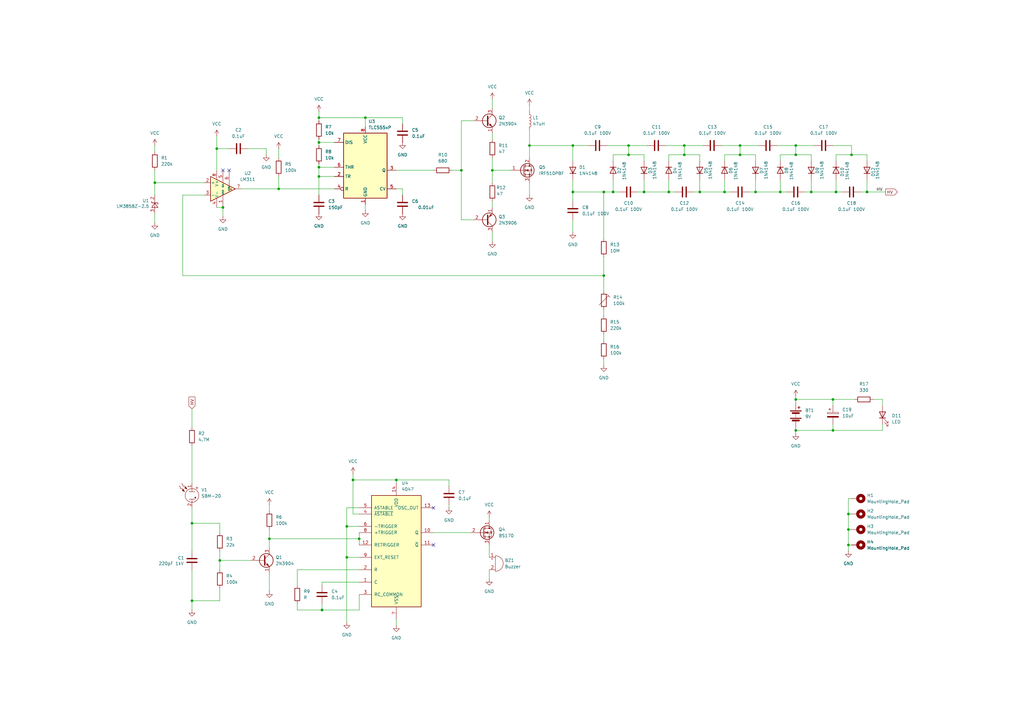
<source format=kicad_sch>
(kicad_sch
	(version 20250114)
	(generator "eeschema")
	(generator_version "9.0")
	(uuid "d19b5424-d040-46ab-bfa2-8cb735dd8d3f")
	(paper "A3")
	
	(junction
		(at 280.67 59.69)
		(diameter 0)
		(color 0 0 0 0)
		(uuid "0466eed3-1abc-4eec-90f4-92f1f604053d")
	)
	(junction
		(at 326.39 163.83)
		(diameter 0)
		(color 0 0 0 0)
		(uuid "071b2c94-a9e4-4921-9596-f6b64d8faa00")
	)
	(junction
		(at 63.5 74.93)
		(diameter 0)
		(color 0 0 0 0)
		(uuid "0b044aa2-ad81-488b-91c9-15a7f4c548f5")
	)
	(junction
		(at 257.81 59.69)
		(diameter 0)
		(color 0 0 0 0)
		(uuid "0b26a581-4353-46af-baac-205569988011")
	)
	(junction
		(at 332.74 78.74)
		(diameter 0)
		(color 0 0 0 0)
		(uuid "0e27f231-4149-4925-b535-26e98b487b93")
	)
	(junction
		(at 91.44 85.09)
		(diameter 0)
		(color 0 0 0 0)
		(uuid "10ebd033-f2d7-4448-9b9e-db69fe1e0f52")
	)
	(junction
		(at 234.95 59.69)
		(diameter 0)
		(color 0 0 0 0)
		(uuid "268aeb3e-cd16-4840-81f0-457dccfdc253")
	)
	(junction
		(at 189.23 69.85)
		(diameter 0)
		(color 0 0 0 0)
		(uuid "2d38ae67-fd8a-438e-a3ea-442428a57447")
	)
	(junction
		(at 130.81 72.39)
		(diameter 0)
		(color 0 0 0 0)
		(uuid "449efacf-295d-4092-bed9-9f8178ae8f41")
	)
	(junction
		(at 347.98 223.52)
		(diameter 0)
		(color 0 0 0 0)
		(uuid "4822a6c9-8d12-465c-9863-4a9e88617c5b")
	)
	(junction
		(at 78.74 214.63)
		(diameter 0)
		(color 0 0 0 0)
		(uuid "497fed87-1070-4c73-9952-6a69505d051f")
	)
	(junction
		(at 88.9 60.96)
		(diameter 0)
		(color 0 0 0 0)
		(uuid "4a2e37ac-0d55-4c09-acb5-6572b4cf4dbc")
	)
	(junction
		(at 142.24 228.6)
		(diameter 0)
		(color 0 0 0 0)
		(uuid "4a83fd0f-feba-43f1-a73f-1626fa21a0ee")
	)
	(junction
		(at 257.81 63.5)
		(diameter 0)
		(color 0 0 0 0)
		(uuid "52f08001-bb2e-4e5c-98ae-26fae45d947b")
	)
	(junction
		(at 130.81 68.58)
		(diameter 0)
		(color 0 0 0 0)
		(uuid "53298db8-1000-419f-80d8-2215a37134f7")
	)
	(junction
		(at 142.24 215.9)
		(diameter 0)
		(color 0 0 0 0)
		(uuid "55f90be1-6150-4ad4-accd-949fa7f0a6c2")
	)
	(junction
		(at 114.3 77.47)
		(diameter 0)
		(color 0 0 0 0)
		(uuid "566d080e-54d2-42ec-bb64-f2411516f930")
	)
	(junction
		(at 274.32 78.74)
		(diameter 0)
		(color 0 0 0 0)
		(uuid "567c8dee-59d8-4189-b1b8-23eafa46ac3f")
	)
	(junction
		(at 247.65 113.03)
		(diameter 0)
		(color 0 0 0 0)
		(uuid "58aec3bd-46a3-4aa3-918c-fed7392739aa")
	)
	(junction
		(at 326.39 176.53)
		(diameter 0)
		(color 0 0 0 0)
		(uuid "5e64ba54-8f54-4c13-8cef-ebeff7e6d236")
	)
	(junction
		(at 303.53 63.5)
		(diameter 0)
		(color 0 0 0 0)
		(uuid "6044b0ba-f498-430a-8c11-c2bca2936271")
	)
	(junction
		(at 341.63 163.83)
		(diameter 0)
		(color 0 0 0 0)
		(uuid "61a48062-27c0-4190-8b56-f4b9ca00e06b")
	)
	(junction
		(at 347.98 217.17)
		(diameter 0)
		(color 0 0 0 0)
		(uuid "62d6471c-1f8b-40c4-ba1f-4d8694613644")
	)
	(junction
		(at 297.18 78.74)
		(diameter 0)
		(color 0 0 0 0)
		(uuid "6702c2c3-77a6-4038-950a-e6a4a7c61bd3")
	)
	(junction
		(at 78.74 246.38)
		(diameter 0)
		(color 0 0 0 0)
		(uuid "6aac5c15-00cf-496e-b410-414efc9b0612")
	)
	(junction
		(at 326.39 59.69)
		(diameter 0)
		(color 0 0 0 0)
		(uuid "6b477dd6-4ed0-4da3-b026-6cc632b2f2d1")
	)
	(junction
		(at 201.93 69.85)
		(diameter 0)
		(color 0 0 0 0)
		(uuid "75693fe5-3f2a-4d50-9666-c0359c604b9c")
	)
	(junction
		(at 303.53 59.69)
		(diameter 0)
		(color 0 0 0 0)
		(uuid "7914896f-04a7-4101-8c99-eb4c8f8211d9")
	)
	(junction
		(at 217.17 59.69)
		(diameter 0)
		(color 0 0 0 0)
		(uuid "7ad1ef64-b649-4275-85a6-93cbd10c0445")
	)
	(junction
		(at 349.25 63.5)
		(diameter 0)
		(color 0 0 0 0)
		(uuid "860371ff-4cb6-4cde-8f2a-7bb7e2532120")
	)
	(junction
		(at 130.81 48.26)
		(diameter 0)
		(color 0 0 0 0)
		(uuid "87665e8c-2055-44fc-9e4b-1c11819ff34a")
	)
	(junction
		(at 162.56 196.85)
		(diameter 0)
		(color 0 0 0 0)
		(uuid "9578b21f-5a78-45cb-90dd-8cb6820c41ce")
	)
	(junction
		(at 90.17 229.87)
		(diameter 0)
		(color 0 0 0 0)
		(uuid "9672d4e5-8ecd-48bf-a1d9-d55a44d867a3")
	)
	(junction
		(at 110.49 220.98)
		(diameter 0)
		(color 0 0 0 0)
		(uuid "9b685370-6b09-4002-9df1-a747be18c987")
	)
	(junction
		(at 326.39 63.5)
		(diameter 0)
		(color 0 0 0 0)
		(uuid "a9c9fc22-9db6-4fe2-8443-18eb1d77612e")
	)
	(junction
		(at 355.6 78.74)
		(diameter 0)
		(color 0 0 0 0)
		(uuid "ab3e577e-996a-402b-8046-a0b773f98e7e")
	)
	(junction
		(at 247.65 78.74)
		(diameter 0)
		(color 0 0 0 0)
		(uuid "ae5f2db2-10c9-41fe-b56b-c8c0f5ae51ea")
	)
	(junction
		(at 341.63 176.53)
		(diameter 0)
		(color 0 0 0 0)
		(uuid "b28448bf-15a9-441e-8b8c-a2a97efb2838")
	)
	(junction
		(at 347.98 210.82)
		(diameter 0)
		(color 0 0 0 0)
		(uuid "b4bdb490-cd30-4fe2-b219-74c5292e7821")
	)
	(junction
		(at 144.78 196.85)
		(diameter 0)
		(color 0 0 0 0)
		(uuid "b68b03f2-9d53-4438-9b55-013ed83f8634")
	)
	(junction
		(at 234.95 78.74)
		(diameter 0)
		(color 0 0 0 0)
		(uuid "b7801a04-9518-492d-96d9-5e350f46a18e")
	)
	(junction
		(at 132.08 250.19)
		(diameter 0)
		(color 0 0 0 0)
		(uuid "bc147a50-25ae-4f15-b8d9-e573368ffafb")
	)
	(junction
		(at 280.67 63.5)
		(diameter 0)
		(color 0 0 0 0)
		(uuid "c7dc5e85-389c-4101-98f5-849032d7c40f")
	)
	(junction
		(at 309.88 78.74)
		(diameter 0)
		(color 0 0 0 0)
		(uuid "cf347351-c2c4-458f-ab7f-5e971cc0858f")
	)
	(junction
		(at 251.46 78.74)
		(diameter 0)
		(color 0 0 0 0)
		(uuid "d765df4d-2e19-4855-89a4-d49f992f987a")
	)
	(junction
		(at 130.81 58.42)
		(diameter 0)
		(color 0 0 0 0)
		(uuid "de34fe07-1140-4a54-af36-a035dfd7e024")
	)
	(junction
		(at 264.16 78.74)
		(diameter 0)
		(color 0 0 0 0)
		(uuid "ded716a6-7046-409b-b548-f18753c919fe")
	)
	(junction
		(at 149.86 48.26)
		(diameter 0)
		(color 0 0 0 0)
		(uuid "e2d365be-cbbe-4431-afa7-10be92d9b355")
	)
	(junction
		(at 342.9 78.74)
		(diameter 0)
		(color 0 0 0 0)
		(uuid "e4fee978-cd8d-49b0-9e32-52004394b599")
	)
	(junction
		(at 147.32 220.98)
		(diameter 0)
		(color 0 0 0 0)
		(uuid "e8c970fa-e886-416c-af1f-04cc6ce90c3d")
	)
	(junction
		(at 320.04 78.74)
		(diameter 0)
		(color 0 0 0 0)
		(uuid "e984b321-1d94-4660-b802-187c7511b4a2")
	)
	(junction
		(at 287.02 78.74)
		(diameter 0)
		(color 0 0 0 0)
		(uuid "f49424b3-c5cf-4895-bbb1-806aebda934e")
	)
	(no_connect
		(at 91.44 69.85)
		(uuid "169c6ef6-d51e-4d75-926e-7c29d213a4c2")
	)
	(no_connect
		(at 177.8 208.28)
		(uuid "a23564b2-bd35-4d76-b38a-d1f5b58061bc")
	)
	(no_connect
		(at 93.98 69.85)
		(uuid "a4c3d923-3cdc-4ad9-bdfc-4bb467bed783")
	)
	(no_connect
		(at 177.8 223.52)
		(uuid "b99041f9-5d89-47f7-862c-bdc6e3b84709")
	)
	(wire
		(pts
			(xy 274.32 66.04) (xy 274.32 63.5)
		)
		(stroke
			(width 0)
			(type default)
		)
		(uuid "00142bd7-094c-4450-bf6b-5badb9d6e388")
	)
	(wire
		(pts
			(xy 247.65 127) (xy 247.65 129.54)
		)
		(stroke
			(width 0)
			(type default)
		)
		(uuid "04192022-2fa4-449d-a1df-57fe03be6a52")
	)
	(wire
		(pts
			(xy 144.78 210.82) (xy 144.78 196.85)
		)
		(stroke
			(width 0)
			(type default)
		)
		(uuid "048a45a5-9f78-406e-b42a-c84712f11609")
	)
	(wire
		(pts
			(xy 332.74 73.66) (xy 332.74 78.74)
		)
		(stroke
			(width 0)
			(type default)
		)
		(uuid "05a63259-2f0e-4928-8bb0-736b96d3c295")
	)
	(wire
		(pts
			(xy 297.18 63.5) (xy 303.53 63.5)
		)
		(stroke
			(width 0)
			(type default)
		)
		(uuid "07fa695f-7ef1-4192-abf9-e6e04f70f169")
	)
	(wire
		(pts
			(xy 355.6 78.74) (xy 363.22 78.74)
		)
		(stroke
			(width 0)
			(type default)
		)
		(uuid "08073bcc-0fd6-40bf-b099-c2d643dd3688")
	)
	(wire
		(pts
			(xy 200.66 212.09) (xy 200.66 213.36)
		)
		(stroke
			(width 0)
			(type default)
		)
		(uuid "08d766b3-2a60-4b45-91f4-0fdf7c373f39")
	)
	(wire
		(pts
			(xy 234.95 73.66) (xy 234.95 78.74)
		)
		(stroke
			(width 0)
			(type default)
		)
		(uuid "0a47e43c-f640-43e4-98da-981793087c33")
	)
	(wire
		(pts
			(xy 247.65 105.41) (xy 247.65 113.03)
		)
		(stroke
			(width 0)
			(type default)
		)
		(uuid "0ac7ce86-1c09-47fb-9cf8-d3f9b8b6d3d0")
	)
	(wire
		(pts
			(xy 147.32 218.44) (xy 147.32 220.98)
		)
		(stroke
			(width 0)
			(type default)
		)
		(uuid "0bd88a6e-7a89-4c48-995d-e3be3b3babf6")
	)
	(wire
		(pts
			(xy 217.17 59.69) (xy 217.17 64.77)
		)
		(stroke
			(width 0)
			(type default)
		)
		(uuid "0d4fde3d-4fa9-451c-be1d-4c296eb3ab16")
	)
	(wire
		(pts
			(xy 326.39 59.69) (xy 334.01 59.69)
		)
		(stroke
			(width 0)
			(type default)
		)
		(uuid "0f3923d5-9b8b-454a-b885-bfec320de44d")
	)
	(wire
		(pts
			(xy 162.56 254) (xy 162.56 256.54)
		)
		(stroke
			(width 0)
			(type default)
		)
		(uuid "12552014-62d4-40e1-86fd-e8942caadc71")
	)
	(wire
		(pts
			(xy 184.15 207.01) (xy 184.15 208.28)
		)
		(stroke
			(width 0)
			(type default)
		)
		(uuid "15d1bc40-94b8-4f33-832d-3d8429a4763d")
	)
	(wire
		(pts
			(xy 347.98 223.52) (xy 347.98 217.17)
		)
		(stroke
			(width 0)
			(type default)
		)
		(uuid "17214320-0ad3-4fa9-97c8-99f58d514ea1")
	)
	(wire
		(pts
			(xy 264.16 63.5) (xy 264.16 66.04)
		)
		(stroke
			(width 0)
			(type default)
		)
		(uuid "198ae0f2-ffd4-441c-97f5-0ab64d623fd3")
	)
	(wire
		(pts
			(xy 251.46 78.74) (xy 254 78.74)
		)
		(stroke
			(width 0)
			(type default)
		)
		(uuid "1d5fbe8f-d108-4f8c-97bc-7f2acc5b01ee")
	)
	(wire
		(pts
			(xy 234.95 78.74) (xy 234.95 82.55)
		)
		(stroke
			(width 0)
			(type default)
		)
		(uuid "1db085d3-8817-4ece-875c-a26d4cfe4003")
	)
	(wire
		(pts
			(xy 309.88 73.66) (xy 309.88 78.74)
		)
		(stroke
			(width 0)
			(type default)
		)
		(uuid "1db1b30e-83a8-4470-b747-a0b380301924")
	)
	(wire
		(pts
			(xy 130.81 72.39) (xy 130.81 80.01)
		)
		(stroke
			(width 0)
			(type default)
		)
		(uuid "1f04c938-3c74-40a0-a721-22b2d1abfad4")
	)
	(wire
		(pts
			(xy 342.9 73.66) (xy 342.9 78.74)
		)
		(stroke
			(width 0)
			(type default)
		)
		(uuid "21d992cd-b684-4586-9f10-86699ca7a071")
	)
	(wire
		(pts
			(xy 287.02 78.74) (xy 297.18 78.74)
		)
		(stroke
			(width 0)
			(type default)
		)
		(uuid "25d2cdb9-2c80-4a41-8b6a-cb2faa777bbc")
	)
	(wire
		(pts
			(xy 101.6 60.96) (xy 109.22 60.96)
		)
		(stroke
			(width 0)
			(type default)
		)
		(uuid "265d9d77-b930-4d32-b123-f4b06367e7ab")
	)
	(wire
		(pts
			(xy 130.81 58.42) (xy 137.16 58.42)
		)
		(stroke
			(width 0)
			(type default)
		)
		(uuid "2802b37c-c766-4fdd-b955-b62c9a9d6ea6")
	)
	(wire
		(pts
			(xy 332.74 78.74) (xy 342.9 78.74)
		)
		(stroke
			(width 0)
			(type default)
		)
		(uuid "282be755-5912-4a52-b022-d312642c7bd7")
	)
	(wire
		(pts
			(xy 280.67 63.5) (xy 287.02 63.5)
		)
		(stroke
			(width 0)
			(type default)
		)
		(uuid "2ec5e072-6eda-4065-9355-a6ac1be417ce")
	)
	(wire
		(pts
			(xy 114.3 72.39) (xy 114.3 77.47)
		)
		(stroke
			(width 0)
			(type default)
		)
		(uuid "3258ab93-893f-4db3-91dc-d6b9b7270df5")
	)
	(wire
		(pts
			(xy 130.81 68.58) (xy 130.81 72.39)
		)
		(stroke
			(width 0)
			(type default)
		)
		(uuid "326a717e-bd5a-4688-82bd-8a96def4d060")
	)
	(wire
		(pts
			(xy 132.08 240.03) (xy 132.08 238.76)
		)
		(stroke
			(width 0)
			(type default)
		)
		(uuid "331ef11c-9846-40aa-b38f-e23cf218c741")
	)
	(wire
		(pts
			(xy 251.46 66.04) (xy 251.46 63.5)
		)
		(stroke
			(width 0)
			(type default)
		)
		(uuid "349389a4-4c0f-4375-bab1-d482e549583f")
	)
	(wire
		(pts
			(xy 217.17 59.69) (xy 234.95 59.69)
		)
		(stroke
			(width 0)
			(type default)
		)
		(uuid "35fcb0bc-b76e-4bc6-b7e3-c135779f0a20")
	)
	(wire
		(pts
			(xy 147.32 220.98) (xy 147.32 223.52)
		)
		(stroke
			(width 0)
			(type default)
		)
		(uuid "36f65742-dc10-4edc-8498-b644f380fabb")
	)
	(wire
		(pts
			(xy 88.9 85.09) (xy 91.44 85.09)
		)
		(stroke
			(width 0)
			(type default)
		)
		(uuid "39d08097-3cee-4d06-8be1-5c440dfbf877")
	)
	(wire
		(pts
			(xy 234.95 90.17) (xy 234.95 95.25)
		)
		(stroke
			(width 0)
			(type default)
		)
		(uuid "3c606400-5397-4fca-803a-c39703921d6c")
	)
	(wire
		(pts
			(xy 63.5 74.93) (xy 63.5 80.01)
		)
		(stroke
			(width 0)
			(type default)
		)
		(uuid "3d999d77-8df9-4bd8-8f4a-76cedc7431ee")
	)
	(wire
		(pts
			(xy 114.3 60.96) (xy 114.3 64.77)
		)
		(stroke
			(width 0)
			(type default)
		)
		(uuid "3d9e6eb1-9cfb-44b8-8df5-e212b64ca40b")
	)
	(wire
		(pts
			(xy 342.9 63.5) (xy 349.25 63.5)
		)
		(stroke
			(width 0)
			(type default)
		)
		(uuid "3f2f0d0b-74ab-4ad3-9a3a-7762a64ed204")
	)
	(wire
		(pts
			(xy 114.3 77.47) (xy 137.16 77.47)
		)
		(stroke
			(width 0)
			(type default)
		)
		(uuid "3f967376-78a1-4c4a-a0f5-56f76092b0b0")
	)
	(wire
		(pts
			(xy 189.23 69.85) (xy 189.23 90.17)
		)
		(stroke
			(width 0)
			(type default)
		)
		(uuid "40101860-a201-4d8a-869f-781ed3fd4016")
	)
	(wire
		(pts
			(xy 184.15 196.85) (xy 162.56 196.85)
		)
		(stroke
			(width 0)
			(type default)
		)
		(uuid "404ddca2-01bf-4bbb-9cae-b116a626ecaf")
	)
	(wire
		(pts
			(xy 189.23 90.17) (xy 194.31 90.17)
		)
		(stroke
			(width 0)
			(type default)
		)
		(uuid "4198e00d-3c75-497f-b3aa-b6aca8f6905f")
	)
	(wire
		(pts
			(xy 90.17 214.63) (xy 78.74 214.63)
		)
		(stroke
			(width 0)
			(type default)
		)
		(uuid "429e029a-9503-4a07-9204-5e81a890338c")
	)
	(wire
		(pts
			(xy 326.39 163.83) (xy 341.63 163.83)
		)
		(stroke
			(width 0)
			(type default)
		)
		(uuid "43380e86-86c9-4e7f-b612-eb05a867318d")
	)
	(wire
		(pts
			(xy 142.24 228.6) (xy 147.32 228.6)
		)
		(stroke
			(width 0)
			(type default)
		)
		(uuid "43ee75e6-5dd2-4165-8979-29346068f637")
	)
	(wire
		(pts
			(xy 110.49 220.98) (xy 110.49 224.79)
		)
		(stroke
			(width 0)
			(type default)
		)
		(uuid "46803021-ea65-403c-a71d-fe4a53d15f35")
	)
	(wire
		(pts
			(xy 184.15 199.39) (xy 184.15 196.85)
		)
		(stroke
			(width 0)
			(type default)
		)
		(uuid "4919a195-c249-49f9-b064-ba8b62ddc711")
	)
	(wire
		(pts
			(xy 162.56 69.85) (xy 177.8 69.85)
		)
		(stroke
			(width 0)
			(type default)
		)
		(uuid "49c373df-4f27-4c8f-8de0-eefdad81ef08")
	)
	(wire
		(pts
			(xy 110.49 234.95) (xy 110.49 242.57)
		)
		(stroke
			(width 0)
			(type default)
		)
		(uuid "4b094907-956e-48a3-a226-af7a7aff2431")
	)
	(wire
		(pts
			(xy 261.62 78.74) (xy 264.16 78.74)
		)
		(stroke
			(width 0)
			(type default)
		)
		(uuid "4d276950-1266-4511-9471-b8f60060a840")
	)
	(wire
		(pts
			(xy 303.53 63.5) (xy 309.88 63.5)
		)
		(stroke
			(width 0)
			(type default)
		)
		(uuid "4de27d22-cbd2-438f-a47a-5d44696010c1")
	)
	(wire
		(pts
			(xy 110.49 217.17) (xy 110.49 220.98)
		)
		(stroke
			(width 0)
			(type default)
		)
		(uuid "502b55eb-12fe-4bf3-b536-f5181013543c")
	)
	(wire
		(pts
			(xy 349.25 63.5) (xy 355.6 63.5)
		)
		(stroke
			(width 0)
			(type default)
		)
		(uuid "5134034d-aaa6-4022-9581-1e57cb6e526c")
	)
	(wire
		(pts
			(xy 201.93 54.61) (xy 201.93 57.15)
		)
		(stroke
			(width 0)
			(type default)
		)
		(uuid "514f00d0-ab4c-469d-ad44-4674350765cf")
	)
	(wire
		(pts
			(xy 217.17 74.93) (xy 217.17 80.01)
		)
		(stroke
			(width 0)
			(type default)
		)
		(uuid "539cf699-6a3b-40c0-a08a-95e637a47440")
	)
	(wire
		(pts
			(xy 78.74 182.88) (xy 78.74 198.12)
		)
		(stroke
			(width 0)
			(type default)
		)
		(uuid "545293f6-9dae-40ac-8109-d8a9c1722cb3")
	)
	(wire
		(pts
			(xy 297.18 66.04) (xy 297.18 63.5)
		)
		(stroke
			(width 0)
			(type default)
		)
		(uuid "55a7ed53-5b66-40d9-ad89-26c399dfdf4d")
	)
	(wire
		(pts
			(xy 142.24 215.9) (xy 142.24 228.6)
		)
		(stroke
			(width 0)
			(type default)
		)
		(uuid "562829ad-0f9b-4888-93cd-217c034e2a73")
	)
	(wire
		(pts
			(xy 165.1 48.26) (xy 149.86 48.26)
		)
		(stroke
			(width 0)
			(type default)
		)
		(uuid "59292834-bd2a-4f30-8c0d-811483836716")
	)
	(wire
		(pts
			(xy 247.65 137.16) (xy 247.65 139.7)
		)
		(stroke
			(width 0)
			(type default)
		)
		(uuid "59430bb3-9687-423d-a2bf-1f1fb92b39ea")
	)
	(wire
		(pts
			(xy 99.06 77.47) (xy 114.3 77.47)
		)
		(stroke
			(width 0)
			(type default)
		)
		(uuid "59c6956c-6c1e-46d6-bb33-c11103832290")
	)
	(wire
		(pts
			(xy 342.9 66.04) (xy 342.9 63.5)
		)
		(stroke
			(width 0)
			(type default)
		)
		(uuid "5a0d1edf-c127-43e9-afec-6b4dd98c9f4a")
	)
	(wire
		(pts
			(xy 74.93 80.01) (xy 83.82 80.01)
		)
		(stroke
			(width 0)
			(type default)
		)
		(uuid "5ab6a528-78ca-40d0-bb01-0ff38532b565")
	)
	(wire
		(pts
			(xy 130.81 57.15) (xy 130.81 58.42)
		)
		(stroke
			(width 0)
			(type default)
		)
		(uuid "5b8a0214-0cad-4cc3-a69a-d5e5cb251a60")
	)
	(wire
		(pts
			(xy 342.9 78.74) (xy 345.44 78.74)
		)
		(stroke
			(width 0)
			(type default)
		)
		(uuid "5cf57015-b50b-48c5-8a90-b7912b0818e6")
	)
	(wire
		(pts
			(xy 90.17 246.38) (xy 78.74 246.38)
		)
		(stroke
			(width 0)
			(type default)
		)
		(uuid "5ef7aa04-7049-417f-a586-b4b7ff2136da")
	)
	(wire
		(pts
			(xy 309.88 78.74) (xy 320.04 78.74)
		)
		(stroke
			(width 0)
			(type default)
		)
		(uuid "61e00f5b-bc0e-463c-8206-18d219618e9a")
	)
	(wire
		(pts
			(xy 130.81 48.26) (xy 149.86 48.26)
		)
		(stroke
			(width 0)
			(type default)
		)
		(uuid "6379e067-0b39-4734-ac7b-143709853e4a")
	)
	(wire
		(pts
			(xy 309.88 63.5) (xy 309.88 66.04)
		)
		(stroke
			(width 0)
			(type default)
		)
		(uuid "661f8475-b3d5-4594-b7bb-90efffa2e3e0")
	)
	(wire
		(pts
			(xy 130.81 45.72) (xy 130.81 48.26)
		)
		(stroke
			(width 0)
			(type default)
		)
		(uuid "66953edd-3932-4b78-85ac-db8eab7d3d17")
	)
	(wire
		(pts
			(xy 303.53 59.69) (xy 311.15 59.69)
		)
		(stroke
			(width 0)
			(type default)
		)
		(uuid "6764386d-a1dc-4ad2-88a4-e928032fdc29")
	)
	(wire
		(pts
			(xy 257.81 59.69) (xy 257.81 63.5)
		)
		(stroke
			(width 0)
			(type default)
		)
		(uuid "6890002c-6f67-443d-93d8-df0dd688e2d6")
	)
	(wire
		(pts
			(xy 318.77 59.69) (xy 326.39 59.69)
		)
		(stroke
			(width 0)
			(type default)
		)
		(uuid "6b48874b-7b7c-4044-9218-a5fa91da5d04")
	)
	(wire
		(pts
			(xy 326.39 63.5) (xy 332.74 63.5)
		)
		(stroke
			(width 0)
			(type default)
		)
		(uuid "6f2fa6f6-765f-4893-8ee5-0c187c27059c")
	)
	(wire
		(pts
			(xy 257.81 63.5) (xy 264.16 63.5)
		)
		(stroke
			(width 0)
			(type default)
		)
		(uuid "70c523b9-a14a-40e3-843d-187a8c0b5e38")
	)
	(wire
		(pts
			(xy 320.04 73.66) (xy 320.04 78.74)
		)
		(stroke
			(width 0)
			(type default)
		)
		(uuid "715b1dc5-1db2-498a-b3f0-70d4f357f2d0")
	)
	(wire
		(pts
			(xy 162.56 77.47) (xy 165.1 77.47)
		)
		(stroke
			(width 0)
			(type default)
		)
		(uuid "731cc294-58cc-41ed-bbaa-498d66bdf3c6")
	)
	(wire
		(pts
			(xy 165.1 77.47) (xy 165.1 80.01)
		)
		(stroke
			(width 0)
			(type default)
		)
		(uuid "73839d08-a397-4896-bc0c-6b9a39d499e9")
	)
	(wire
		(pts
			(xy 121.92 247.65) (xy 121.92 250.19)
		)
		(stroke
			(width 0)
			(type default)
		)
		(uuid "73f0fdc6-0d66-47a5-a147-b517c152670c")
	)
	(wire
		(pts
			(xy 326.39 175.26) (xy 326.39 176.53)
		)
		(stroke
			(width 0)
			(type default)
		)
		(uuid "7588c20d-816b-428b-92be-d87d26af12aa")
	)
	(wire
		(pts
			(xy 287.02 73.66) (xy 287.02 78.74)
		)
		(stroke
			(width 0)
			(type default)
		)
		(uuid "7b46b971-bc1e-475e-92fd-18a21cca377c")
	)
	(wire
		(pts
			(xy 201.93 64.77) (xy 201.93 69.85)
		)
		(stroke
			(width 0)
			(type default)
		)
		(uuid "7de3cd60-8eb3-4a99-9fe5-561574ffc002")
	)
	(wire
		(pts
			(xy 341.63 59.69) (xy 349.25 59.69)
		)
		(stroke
			(width 0)
			(type default)
		)
		(uuid "7e181f0e-278c-4c4a-8a8a-59ff5ee283de")
	)
	(wire
		(pts
			(xy 217.17 53.34) (xy 217.17 59.69)
		)
		(stroke
			(width 0)
			(type default)
		)
		(uuid "7fc00e5b-01d4-4730-a3ae-4a5adf8a8175")
	)
	(wire
		(pts
			(xy 358.14 163.83) (xy 361.95 163.83)
		)
		(stroke
			(width 0)
			(type default)
		)
		(uuid "8019bcac-37b8-45fe-b0e1-6f6755eb0134")
	)
	(wire
		(pts
			(xy 355.6 73.66) (xy 355.6 78.74)
		)
		(stroke
			(width 0)
			(type default)
		)
		(uuid "8025d6d0-7e0c-4562-9314-2b2651055891")
	)
	(wire
		(pts
			(xy 347.98 210.82) (xy 349.25 210.82)
		)
		(stroke
			(width 0)
			(type default)
		)
		(uuid "804b732d-ae93-432f-a8c9-2e2a62287026")
	)
	(wire
		(pts
			(xy 130.81 67.31) (xy 130.81 68.58)
		)
		(stroke
			(width 0)
			(type default)
		)
		(uuid "80bdd1aa-f9ff-441c-b4dc-c7d99e813111")
	)
	(wire
		(pts
			(xy 274.32 78.74) (xy 276.86 78.74)
		)
		(stroke
			(width 0)
			(type default)
		)
		(uuid "8233a60e-b945-439b-94db-44ee03d17005")
	)
	(wire
		(pts
			(xy 251.46 63.5) (xy 257.81 63.5)
		)
		(stroke
			(width 0)
			(type default)
		)
		(uuid "83beb171-325e-43a7-9e46-1da77023cb4a")
	)
	(wire
		(pts
			(xy 274.32 73.66) (xy 274.32 78.74)
		)
		(stroke
			(width 0)
			(type default)
		)
		(uuid "85289017-b285-486c-aefc-d9c4dfc3d93a")
	)
	(wire
		(pts
			(xy 234.95 59.69) (xy 241.3 59.69)
		)
		(stroke
			(width 0)
			(type default)
		)
		(uuid "85a57072-7879-4fac-85e9-3b6a9dbaf477")
	)
	(wire
		(pts
			(xy 63.5 59.69) (xy 63.5 62.23)
		)
		(stroke
			(width 0)
			(type default)
		)
		(uuid "86c84024-13a1-483f-ae21-d680a0f1b425")
	)
	(wire
		(pts
			(xy 110.49 207.01) (xy 110.49 209.55)
		)
		(stroke
			(width 0)
			(type default)
		)
		(uuid "8702b17b-bdb0-49f2-9a67-6c9498d4a464")
	)
	(wire
		(pts
			(xy 88.9 55.88) (xy 88.9 60.96)
		)
		(stroke
			(width 0)
			(type default)
		)
		(uuid "870960a8-13e1-4879-a971-eee7973386bd")
	)
	(wire
		(pts
			(xy 347.98 217.17) (xy 349.25 217.17)
		)
		(stroke
			(width 0)
			(type default)
		)
		(uuid "873077c4-d89f-4bca-ba4b-f7746b777a73")
	)
	(wire
		(pts
			(xy 347.98 223.52) (xy 349.25 223.52)
		)
		(stroke
			(width 0)
			(type default)
		)
		(uuid "87dd1b52-b94b-48b1-acf9-cbc4898dbd9f")
	)
	(wire
		(pts
			(xy 90.17 226.06) (xy 90.17 229.87)
		)
		(stroke
			(width 0)
			(type default)
		)
		(uuid "8c29a3cb-0fae-4640-ad8c-7236cbb68cec")
	)
	(wire
		(pts
			(xy 247.65 113.03) (xy 247.65 119.38)
		)
		(stroke
			(width 0)
			(type default)
		)
		(uuid "8c2e5522-d1f1-49e0-81a0-7a9377b86eb9")
	)
	(wire
		(pts
			(xy 287.02 63.5) (xy 287.02 66.04)
		)
		(stroke
			(width 0)
			(type default)
		)
		(uuid "8c3038f9-4d89-4de3-9f87-cb2bd0923c0f")
	)
	(wire
		(pts
			(xy 341.63 166.37) (xy 341.63 163.83)
		)
		(stroke
			(width 0)
			(type default)
		)
		(uuid "8d64d76a-d9b9-4254-b06d-7af865cbea3b")
	)
	(wire
		(pts
			(xy 297.18 78.74) (xy 299.72 78.74)
		)
		(stroke
			(width 0)
			(type default)
		)
		(uuid "90621ec2-2807-4310-8e8d-a746e4cf376d")
	)
	(wire
		(pts
			(xy 247.65 78.74) (xy 251.46 78.74)
		)
		(stroke
			(width 0)
			(type default)
		)
		(uuid "9873eb42-618c-4c08-978b-01ea87c28eb8")
	)
	(wire
		(pts
			(xy 78.74 167.64) (xy 78.74 175.26)
		)
		(stroke
			(width 0)
			(type default)
		)
		(uuid "99b7e679-3902-45b3-94be-9a6508f6c73a")
	)
	(wire
		(pts
			(xy 284.48 78.74) (xy 287.02 78.74)
		)
		(stroke
			(width 0)
			(type default)
		)
		(uuid "9b2f7358-1966-4701-b531-9fe9a7c8d1bf")
	)
	(wire
		(pts
			(xy 274.32 63.5) (xy 280.67 63.5)
		)
		(stroke
			(width 0)
			(type default)
		)
		(uuid "9b69108f-388b-44c2-b2e0-2bb2e02fa9bf")
	)
	(wire
		(pts
			(xy 132.08 238.76) (xy 147.32 238.76)
		)
		(stroke
			(width 0)
			(type default)
		)
		(uuid "9c120156-c0f3-4e9c-b214-4f294a56b709")
	)
	(wire
		(pts
			(xy 347.98 210.82) (xy 347.98 204.47)
		)
		(stroke
			(width 0)
			(type default)
		)
		(uuid "9ca14238-e8d5-4278-a96f-ce214ae60ded")
	)
	(wire
		(pts
			(xy 347.98 226.06) (xy 347.98 223.52)
		)
		(stroke
			(width 0)
			(type default)
		)
		(uuid "9ca7ff18-915d-4a2f-913d-c1f79c108021")
	)
	(wire
		(pts
			(xy 185.42 69.85) (xy 189.23 69.85)
		)
		(stroke
			(width 0)
			(type default)
		)
		(uuid "9d8de4b6-f3c5-47a7-b851-229600709f43")
	)
	(wire
		(pts
			(xy 330.2 78.74) (xy 332.74 78.74)
		)
		(stroke
			(width 0)
			(type default)
		)
		(uuid "9faf5547-29c6-4d91-b037-ca4f5f2c5053")
	)
	(wire
		(pts
			(xy 78.74 233.68) (xy 78.74 246.38)
		)
		(stroke
			(width 0)
			(type default)
		)
		(uuid "a08e079d-1ddb-4000-9f55-2e73313e7164")
	)
	(wire
		(pts
			(xy 201.93 40.64) (xy 201.93 44.45)
		)
		(stroke
			(width 0)
			(type default)
		)
		(uuid "a360d9c3-42d1-43b4-b079-e81aa8194fee")
	)
	(wire
		(pts
			(xy 177.8 218.44) (xy 193.04 218.44)
		)
		(stroke
			(width 0)
			(type default)
		)
		(uuid "a461e15b-7a53-4d12-a585-088f1247e727")
	)
	(wire
		(pts
			(xy 109.22 60.96) (xy 109.22 63.5)
		)
		(stroke
			(width 0)
			(type default)
		)
		(uuid "a474d674-e6cf-4611-95a5-5a73e18d416c")
	)
	(wire
		(pts
			(xy 147.32 243.84) (xy 147.32 250.19)
		)
		(stroke
			(width 0)
			(type default)
		)
		(uuid "a71e9d40-93e5-493b-8c3b-f34da4a23129")
	)
	(wire
		(pts
			(xy 74.93 80.01) (xy 74.93 113.03)
		)
		(stroke
			(width 0)
			(type default)
		)
		(uuid "a7ddd128-c8df-41f0-8c91-3e66e6e4cce1")
	)
	(wire
		(pts
			(xy 147.32 208.28) (xy 142.24 208.28)
		)
		(stroke
			(width 0)
			(type default)
		)
		(uuid "a7f3887d-622f-43e3-8e52-fa65ab0d6f4e")
	)
	(wire
		(pts
			(xy 162.56 196.85) (xy 162.56 198.12)
		)
		(stroke
			(width 0)
			(type default)
		)
		(uuid "a7f5230e-fb69-4872-9e3e-9c854bf5c5c5")
	)
	(wire
		(pts
			(xy 74.93 113.03) (xy 247.65 113.03)
		)
		(stroke
			(width 0)
			(type default)
		)
		(uuid "ababfae4-80c4-43f0-a2ff-b85ad68730f0")
	)
	(wire
		(pts
			(xy 201.93 69.85) (xy 209.55 69.85)
		)
		(stroke
			(width 0)
			(type default)
		)
		(uuid "abd148ca-dfd0-4dae-bb3e-7f0dd0e926a5")
	)
	(wire
		(pts
			(xy 280.67 59.69) (xy 280.67 63.5)
		)
		(stroke
			(width 0)
			(type default)
		)
		(uuid "adb4b54c-9e1c-4eb2-a5d7-215c47842fa6")
	)
	(wire
		(pts
			(xy 251.46 73.66) (xy 251.46 78.74)
		)
		(stroke
			(width 0)
			(type default)
		)
		(uuid "ae8d1ea5-490e-4f05-ba0e-e21074ff5cd1")
	)
	(wire
		(pts
			(xy 132.08 250.19) (xy 147.32 250.19)
		)
		(stroke
			(width 0)
			(type default)
		)
		(uuid "af0578fa-d7e1-4594-bbb2-58b88b14d2ee")
	)
	(wire
		(pts
			(xy 137.16 72.39) (xy 130.81 72.39)
		)
		(stroke
			(width 0)
			(type default)
		)
		(uuid "aff93bff-795f-478f-a1b5-f8cbe0098c52")
	)
	(wire
		(pts
			(xy 165.1 50.8) (xy 165.1 48.26)
		)
		(stroke
			(width 0)
			(type default)
		)
		(uuid "b200c732-ac2b-42cd-8120-21ba006e62bc")
	)
	(wire
		(pts
			(xy 326.39 162.56) (xy 326.39 163.83)
		)
		(stroke
			(width 0)
			(type default)
		)
		(uuid "b2cae9f5-4b51-43e0-bba7-317ad604b9bd")
	)
	(wire
		(pts
			(xy 217.17 43.18) (xy 217.17 45.72)
		)
		(stroke
			(width 0)
			(type default)
		)
		(uuid "b57eb0b9-d5d8-4a01-b215-616d63145234")
	)
	(wire
		(pts
			(xy 307.34 78.74) (xy 309.88 78.74)
		)
		(stroke
			(width 0)
			(type default)
		)
		(uuid "b79db3de-10b3-4a69-83da-d38458cc63b2")
	)
	(wire
		(pts
			(xy 78.74 246.38) (xy 78.74 250.19)
		)
		(stroke
			(width 0)
			(type default)
		)
		(uuid "b7c3cf60-0a0d-430a-a56c-c6ce9290514e")
	)
	(wire
		(pts
			(xy 149.86 83.82) (xy 149.86 86.36)
		)
		(stroke
			(width 0)
			(type default)
		)
		(uuid "b8d56729-e60f-4f96-b380-e742e3e715e7")
	)
	(wire
		(pts
			(xy 78.74 214.63) (xy 78.74 226.06)
		)
		(stroke
			(width 0)
			(type default)
		)
		(uuid "b8e03fdf-e42a-46c8-b2a2-0a24adc8ead3")
	)
	(wire
		(pts
			(xy 295.91 59.69) (xy 303.53 59.69)
		)
		(stroke
			(width 0)
			(type default)
		)
		(uuid "bb2f692e-12a3-4185-9cca-4d29ce50b953")
	)
	(wire
		(pts
			(xy 121.92 250.19) (xy 132.08 250.19)
		)
		(stroke
			(width 0)
			(type default)
		)
		(uuid "bb62accc-df5c-44f0-b6ab-3a81adbe9fd4")
	)
	(wire
		(pts
			(xy 147.32 210.82) (xy 144.78 210.82)
		)
		(stroke
			(width 0)
			(type default)
		)
		(uuid "bbd1af69-e6d4-4bbb-9ee9-366a30d9fce7")
	)
	(wire
		(pts
			(xy 147.32 233.68) (xy 121.92 233.68)
		)
		(stroke
			(width 0)
			(type default)
		)
		(uuid "bc8822ee-75aa-4f9d-8981-97442a6e6f71")
	)
	(wire
		(pts
			(xy 303.53 59.69) (xy 303.53 63.5)
		)
		(stroke
			(width 0)
			(type default)
		)
		(uuid "bce6941a-79cb-4923-b328-def171da1999")
	)
	(wire
		(pts
			(xy 320.04 63.5) (xy 326.39 63.5)
		)
		(stroke
			(width 0)
			(type default)
		)
		(uuid "bd7cba6f-9cc5-40ce-9621-c365777efddf")
	)
	(wire
		(pts
			(xy 297.18 73.66) (xy 297.18 78.74)
		)
		(stroke
			(width 0)
			(type default)
		)
		(uuid "be11f1a1-7232-45ab-bcc4-dc4849fb4668")
	)
	(wire
		(pts
			(xy 110.49 220.98) (xy 147.32 220.98)
		)
		(stroke
			(width 0)
			(type default)
		)
		(uuid "bed08fdd-61f9-43c8-a91f-c4328053adf5")
	)
	(wire
		(pts
			(xy 200.66 233.68) (xy 200.66 237.49)
		)
		(stroke
			(width 0)
			(type default)
		)
		(uuid "c03227f3-b65d-4f90-b7f3-7a85c16c6c4c")
	)
	(wire
		(pts
			(xy 142.24 208.28) (xy 142.24 215.9)
		)
		(stroke
			(width 0)
			(type default)
		)
		(uuid "c1152d67-af2c-498c-90c8-339238b9262d")
	)
	(wire
		(pts
			(xy 90.17 218.44) (xy 90.17 214.63)
		)
		(stroke
			(width 0)
			(type default)
		)
		(uuid "c164d012-15f1-4d00-b571-b09c66581179")
	)
	(wire
		(pts
			(xy 88.9 60.96) (xy 88.9 69.85)
		)
		(stroke
			(width 0)
			(type default)
		)
		(uuid "c4b64f4c-a1ab-4168-8547-e2e2e94e5177")
	)
	(wire
		(pts
			(xy 326.39 176.53) (xy 326.39 177.8)
		)
		(stroke
			(width 0)
			(type default)
		)
		(uuid "c5909407-b0ee-4df6-ac0f-5a7ca9001f50")
	)
	(wire
		(pts
			(xy 264.16 73.66) (xy 264.16 78.74)
		)
		(stroke
			(width 0)
			(type default)
		)
		(uuid "c6dc83f8-3883-4640-a6f7-01b593f42779")
	)
	(wire
		(pts
			(xy 347.98 204.47) (xy 349.25 204.47)
		)
		(stroke
			(width 0)
			(type default)
		)
		(uuid "c974df66-dd33-4d8d-aac4-b511c433b9d4")
	)
	(wire
		(pts
			(xy 353.06 78.74) (xy 355.6 78.74)
		)
		(stroke
			(width 0)
			(type default)
		)
		(uuid "cd3328b8-ae62-4916-bcd5-9e68da6bde5a")
	)
	(wire
		(pts
			(xy 142.24 215.9) (xy 147.32 215.9)
		)
		(stroke
			(width 0)
			(type default)
		)
		(uuid "cd8a279a-4fa7-4054-8449-378ed55dadbe")
	)
	(wire
		(pts
			(xy 349.25 59.69) (xy 349.25 63.5)
		)
		(stroke
			(width 0)
			(type default)
		)
		(uuid "ce19f7e1-1264-4f8e-bde0-f1fa30315fe0")
	)
	(wire
		(pts
			(xy 144.78 196.85) (xy 162.56 196.85)
		)
		(stroke
			(width 0)
			(type default)
		)
		(uuid "cf75fde9-96cf-47a4-982b-97ba6c3eeff6")
	)
	(wire
		(pts
			(xy 88.9 60.96) (xy 93.98 60.96)
		)
		(stroke
			(width 0)
			(type default)
		)
		(uuid "d1bd4ec0-09b9-4b36-80cf-ac03c2966ab0")
	)
	(wire
		(pts
			(xy 189.23 49.53) (xy 194.31 49.53)
		)
		(stroke
			(width 0)
			(type default)
		)
		(uuid "d3dfd20a-ccf0-44da-9464-46935e2d454c")
	)
	(wire
		(pts
			(xy 201.93 69.85) (xy 201.93 74.93)
		)
		(stroke
			(width 0)
			(type default)
		)
		(uuid "d42e936d-722c-4315-aa19-61981a8816e0")
	)
	(wire
		(pts
			(xy 90.17 241.3) (xy 90.17 246.38)
		)
		(stroke
			(width 0)
			(type default)
		)
		(uuid "d7a96788-844a-4c6d-b947-a6d964f18b0a")
	)
	(wire
		(pts
			(xy 200.66 223.52) (xy 200.66 228.6)
		)
		(stroke
			(width 0)
			(type default)
		)
		(uuid "d7ef7179-6747-4db3-987c-a9a47b68c25b")
	)
	(wire
		(pts
			(xy 341.63 176.53) (xy 361.95 176.53)
		)
		(stroke
			(width 0)
			(type default)
		)
		(uuid "d8049711-5ec2-4073-940a-82333389a1c3")
	)
	(wire
		(pts
			(xy 130.81 58.42) (xy 130.81 59.69)
		)
		(stroke
			(width 0)
			(type default)
		)
		(uuid "d9285174-6201-4bc6-b1e4-cbf5dc3da8b4")
	)
	(wire
		(pts
			(xy 121.92 233.68) (xy 121.92 240.03)
		)
		(stroke
			(width 0)
			(type default)
		)
		(uuid "d9785ae3-5b71-4346-8dc1-10439f267937")
	)
	(wire
		(pts
			(xy 248.92 59.69) (xy 257.81 59.69)
		)
		(stroke
			(width 0)
			(type default)
		)
		(uuid "d97cc580-65c9-4d73-9e4b-ad78c5a1da80")
	)
	(wire
		(pts
			(xy 234.95 59.69) (xy 234.95 66.04)
		)
		(stroke
			(width 0)
			(type default)
		)
		(uuid "dae618ad-54dc-49eb-943e-6045f7633c18")
	)
	(wire
		(pts
			(xy 201.93 95.25) (xy 201.93 99.06)
		)
		(stroke
			(width 0)
			(type default)
		)
		(uuid "db5fbc0c-2be2-4657-97bb-47adc0784dcc")
	)
	(wire
		(pts
			(xy 78.74 208.28) (xy 78.74 214.63)
		)
		(stroke
			(width 0)
			(type default)
		)
		(uuid "dddf496a-faa7-4829-8dee-1151530647d0")
	)
	(wire
		(pts
			(xy 326.39 176.53) (xy 341.63 176.53)
		)
		(stroke
			(width 0)
			(type default)
		)
		(uuid "ddfa5214-810e-410a-b26f-0157faa1d9f2")
	)
	(wire
		(pts
			(xy 361.95 173.99) (xy 361.95 176.53)
		)
		(stroke
			(width 0)
			(type default)
		)
		(uuid "df57fe7c-8a93-4dbd-b606-d9e18dbd1a3d")
	)
	(wire
		(pts
			(xy 90.17 229.87) (xy 102.87 229.87)
		)
		(stroke
			(width 0)
			(type default)
		)
		(uuid "e0414434-26de-4d30-987e-713227bfebc0")
	)
	(wire
		(pts
			(xy 320.04 66.04) (xy 320.04 63.5)
		)
		(stroke
			(width 0)
			(type default)
		)
		(uuid "e0c99d79-c2d7-4dcd-b849-5157cd5deff7")
	)
	(wire
		(pts
			(xy 132.08 247.65) (xy 132.08 250.19)
		)
		(stroke
			(width 0)
			(type default)
		)
		(uuid "e0d2f497-9ebb-4add-8ca2-e33c87f79fd4")
	)
	(wire
		(pts
			(xy 341.63 163.83) (xy 350.52 163.83)
		)
		(stroke
			(width 0)
			(type default)
		)
		(uuid "e179b0af-2748-476d-81d0-c29bc71741b6")
	)
	(wire
		(pts
			(xy 201.93 82.55) (xy 201.93 85.09)
		)
		(stroke
			(width 0)
			(type default)
		)
		(uuid "e3ff628b-1c6e-42d5-8ed6-ef9f1048b1e2")
	)
	(wire
		(pts
			(xy 247.65 147.32) (xy 247.65 149.86)
		)
		(stroke
			(width 0)
			(type default)
		)
		(uuid "e64aff8c-4f70-4ebf-9730-9fb97ccea8eb")
	)
	(wire
		(pts
			(xy 361.95 163.83) (xy 361.95 166.37)
		)
		(stroke
			(width 0)
			(type default)
		)
		(uuid "e80556be-5618-4f29-aad1-80ff2096379c")
	)
	(wire
		(pts
			(xy 149.86 48.26) (xy 149.86 52.07)
		)
		(stroke
			(width 0)
			(type default)
		)
		(uuid "e84e1ada-403a-41d3-863b-711d394e5f57")
	)
	(wire
		(pts
			(xy 63.5 87.63) (xy 63.5 91.44)
		)
		(stroke
			(width 0)
			(type default)
		)
		(uuid "e8722803-708a-4971-be18-7ffc87652e82")
	)
	(wire
		(pts
			(xy 332.74 63.5) (xy 332.74 66.04)
		)
		(stroke
			(width 0)
			(type default)
		)
		(uuid "e8c24a9f-9b87-41ac-8da5-04c3df04d19c")
	)
	(wire
		(pts
			(xy 90.17 229.87) (xy 90.17 233.68)
		)
		(stroke
			(width 0)
			(type default)
		)
		(uuid "e8dd2917-664a-4ea0-99d4-88a239c73262")
	)
	(wire
		(pts
			(xy 189.23 49.53) (xy 189.23 69.85)
		)
		(stroke
			(width 0)
			(type default)
		)
		(uuid "ea2893fa-d62d-4667-9bb6-b524a778e632")
	)
	(wire
		(pts
			(xy 355.6 63.5) (xy 355.6 66.04)
		)
		(stroke
			(width 0)
			(type default)
		)
		(uuid "eb2463a8-7c6d-4ce8-844e-4a11e78b9bdb")
	)
	(wire
		(pts
			(xy 142.24 228.6) (xy 142.24 255.27)
		)
		(stroke
			(width 0)
			(type default)
		)
		(uuid "eb4c1f50-8824-4de5-9d92-bf612b61a1db")
	)
	(wire
		(pts
			(xy 320.04 78.74) (xy 322.58 78.74)
		)
		(stroke
			(width 0)
			(type default)
		)
		(uuid "eca2847e-0ab4-460f-a184-f5afb940fe25")
	)
	(wire
		(pts
			(xy 257.81 59.69) (xy 265.43 59.69)
		)
		(stroke
			(width 0)
			(type default)
		)
		(uuid "ed5b08b1-ac59-4a08-9eb5-d6e76138c70a")
	)
	(wire
		(pts
			(xy 83.82 74.93) (xy 63.5 74.93)
		)
		(stroke
			(width 0)
			(type default)
		)
		(uuid "f0796532-4525-437e-8cb0-8f8f7c183e60")
	)
	(wire
		(pts
			(xy 326.39 163.83) (xy 326.39 165.1)
		)
		(stroke
			(width 0)
			(type default)
		)
		(uuid "f0e154e8-3bdc-4373-b30c-5505ad19d799")
	)
	(wire
		(pts
			(xy 63.5 69.85) (xy 63.5 74.93)
		)
		(stroke
			(width 0)
			(type default)
		)
		(uuid "f0fc5e7f-b723-4b53-b487-ffc7e5600bb3")
	)
	(wire
		(pts
			(xy 91.44 85.09) (xy 91.44 88.9)
		)
		(stroke
			(width 0)
			(type default)
		)
		(uuid "f40ce688-c0b7-4651-83a7-7cab9f123a45")
	)
	(wire
		(pts
			(xy 347.98 217.17) (xy 347.98 210.82)
		)
		(stroke
			(width 0)
			(type default)
		)
		(uuid "f4fd7b86-437e-4540-9690-8ac0a605baa0")
	)
	(wire
		(pts
			(xy 280.67 59.69) (xy 288.29 59.69)
		)
		(stroke
			(width 0)
			(type default)
		)
		(uuid "f6e55bf0-4fe6-4ccc-bd4f-33b0b9d06810")
	)
	(wire
		(pts
			(xy 234.95 78.74) (xy 247.65 78.74)
		)
		(stroke
			(width 0)
			(type default)
		)
		(uuid "f81ba0f6-54d3-4267-8a39-83857ed67781")
	)
	(wire
		(pts
			(xy 273.05 59.69) (xy 280.67 59.69)
		)
		(stroke
			(width 0)
			(type default)
		)
		(uuid "fa8aafb8-bc86-463d-9417-8e9f40d5e370")
	)
	(wire
		(pts
			(xy 264.16 78.74) (xy 274.32 78.74)
		)
		(stroke
			(width 0)
			(type default)
		)
		(uuid "faa12a32-fb9c-49df-bb30-66957e54d540")
	)
	(wire
		(pts
			(xy 130.81 68.58) (xy 137.16 68.58)
		)
		(stroke
			(width 0)
			(type default)
		)
		(uuid "faeff5cd-343e-4c67-8d35-afdd6bdb5a0a")
	)
	(wire
		(pts
			(xy 144.78 196.85) (xy 144.78 194.31)
		)
		(stroke
			(width 0)
			(type default)
		)
		(uuid "fe4fa113-5b37-4ed6-b68a-922f937a6949")
	)
	(wire
		(pts
			(xy 247.65 97.79) (xy 247.65 78.74)
		)
		(stroke
			(width 0)
			(type default)
		)
		(uuid "fe4fc0b1-a4c2-44be-9f3c-070d2189a725")
	)
	(wire
		(pts
			(xy 326.39 59.69) (xy 326.39 63.5)
		)
		(stroke
			(width 0)
			(type default)
		)
		(uuid "fe51b381-f32e-4380-921e-0077f8351bda")
	)
	(wire
		(pts
			(xy 130.81 49.53) (xy 130.81 48.26)
		)
		(stroke
			(width 0)
			(type default)
		)
		(uuid "ff45493a-edaa-4ef3-a18c-b75cfefadf8a")
	)
	(wire
		(pts
			(xy 341.63 173.99) (xy 341.63 176.53)
		)
		(stroke
			(width 0)
			(type default)
		)
		(uuid "ffb7adc0-8c2f-4231-a4cb-05381db9cb51")
	)
	(label "HV"
		(at 359.41 78.74 0)
		(effects
			(font
				(size 1.27 1.27)
			)
			(justify left bottom)
		)
		(uuid "25304e24-a81e-441a-af35-f77292b06dd6")
	)
	(global_label "HV"
		(shape input)
		(at 78.74 167.64 90)
		(fields_autoplaced yes)
		(effects
			(font
				(size 1.27 1.27)
			)
			(justify left)
		)
		(uuid "0f0f134e-69fd-4f74-89b2-91bc76500f1b")
		(property "Intersheetrefs" "${INTERSHEET_REFS}"
			(at 78.74 162.2357 90)
			(effects
				(font
					(size 1.27 1.27)
				)
				(justify left)
				(hide yes)
			)
		)
	)
	(global_label "HV"
		(shape output)
		(at 363.22 78.74 0)
		(fields_autoplaced yes)
		(effects
			(font
				(size 1.27 1.27)
			)
			(justify left)
		)
		(uuid "a83bfecd-2ec2-4b00-849c-516c8cd79fbe")
		(property "Intersheetrefs" "${INTERSHEET_REFS}"
			(at 368.6243 78.74 0)
			(effects
				(font
					(size 1.27 1.27)
				)
				(justify left)
				(hide yes)
			)
		)
	)
	(symbol
		(lib_id "Diode:1N4148")
		(at 264.16 69.85 90)
		(unit 1)
		(exclude_from_sim no)
		(in_bom yes)
		(on_board yes)
		(dnp no)
		(uuid "07132638-02f8-407d-ba0c-69d1d9ccc90c")
		(property "Reference" "D3"
			(at 266.7 68.5799 0)
			(effects
				(font
					(size 1.27 1.27)
				)
				(justify right)
			)
		)
		(property "Value" "1N4148"
			(at 268.478 66.04 0)
			(effects
				(font
					(size 1.27 1.27)
				)
				(justify right)
			)
		)
		(property "Footprint" "Diode_THT:D_DO-35_SOD27_P7.62mm_Horizontal"
			(at 264.16 69.85 0)
			(effects
				(font
					(size 1.27 1.27)
				)
				(hide yes)
			)
		)
		(property "Datasheet" "https://assets.nexperia.com/documents/data-sheet/1N4148_1N4448.pdf"
			(at 264.16 69.85 0)
			(effects
				(font
					(size 1.27 1.27)
				)
				(hide yes)
			)
		)
		(property "Description" "100V 0.15A standard switching diode, DO-35"
			(at 264.16 69.85 0)
			(effects
				(font
					(size 1.27 1.27)
				)
				(hide yes)
			)
		)
		(property "Sim.Device" "D"
			(at 264.16 69.85 0)
			(effects
				(font
					(size 1.27 1.27)
				)
				(hide yes)
			)
		)
		(property "Sim.Pins" "1=K 2=A"
			(at 264.16 69.85 0)
			(effects
				(font
					(size 1.27 1.27)
				)
				(hide yes)
			)
		)
		(pin "1"
			(uuid "2fb35db2-82e0-46ad-b5a0-3ee62e9507d6")
		)
		(pin "2"
			(uuid "75e2d0bd-8b45-421d-b965-4a17a84ba511")
		)
		(instances
			(project "GM PSU"
				(path "/d19b5424-d040-46ab-bfa2-8cb735dd8d3f"
					(reference "D3")
					(unit 1)
				)
			)
		)
	)
	(symbol
		(lib_id "Diode:1N4148")
		(at 274.32 69.85 270)
		(unit 1)
		(exclude_from_sim no)
		(in_bom yes)
		(on_board yes)
		(dnp no)
		(uuid "07f52284-52b0-4bf8-a7ef-44d35470395e")
		(property "Reference" "D4"
			(at 276.86 68.5799 0)
			(effects
				(font
					(size 1.27 1.27)
				)
				(justify left)
			)
		)
		(property "Value" "1N4148"
			(at 278.892 66.294 0)
			(effects
				(font
					(size 1.27 1.27)
				)
				(justify left)
			)
		)
		(property "Footprint" "Diode_THT:D_DO-35_SOD27_P7.62mm_Horizontal"
			(at 274.32 69.85 0)
			(effects
				(font
					(size 1.27 1.27)
				)
				(hide yes)
			)
		)
		(property "Datasheet" "https://assets.nexperia.com/documents/data-sheet/1N4148_1N4448.pdf"
			(at 274.32 69.85 0)
			(effects
				(font
					(size 1.27 1.27)
				)
				(hide yes)
			)
		)
		(property "Description" "100V 0.15A standard switching diode, DO-35"
			(at 274.32 69.85 0)
			(effects
				(font
					(size 1.27 1.27)
				)
				(hide yes)
			)
		)
		(property "Sim.Device" "D"
			(at 274.32 69.85 0)
			(effects
				(font
					(size 1.27 1.27)
				)
				(hide yes)
			)
		)
		(property "Sim.Pins" "1=K 2=A"
			(at 274.32 69.85 0)
			(effects
				(font
					(size 1.27 1.27)
				)
				(hide yes)
			)
		)
		(pin "1"
			(uuid "d938de79-2173-48ca-a510-57d4f5f9224a")
		)
		(pin "2"
			(uuid "1383191e-5e9a-4689-8d1e-2363e274f03d")
		)
		(instances
			(project "GM PSU"
				(path "/d19b5424-d040-46ab-bfa2-8cb735dd8d3f"
					(reference "D4")
					(unit 1)
				)
			)
		)
	)
	(symbol
		(lib_id "Diode:1N4148")
		(at 297.18 69.85 270)
		(unit 1)
		(exclude_from_sim no)
		(in_bom yes)
		(on_board yes)
		(dnp no)
		(uuid "08ce83cf-03a7-45f8-b223-85ff1412faef")
		(property "Reference" "D6"
			(at 299.72 68.5799 0)
			(effects
				(font
					(size 1.27 1.27)
				)
				(justify left)
			)
		)
		(property "Value" "1N4148"
			(at 301.752 66.294 0)
			(effects
				(font
					(size 1.27 1.27)
				)
				(justify left)
			)
		)
		(property "Footprint" "Diode_THT:D_DO-35_SOD27_P7.62mm_Horizontal"
			(at 297.18 69.85 0)
			(effects
				(font
					(size 1.27 1.27)
				)
				(hide yes)
			)
		)
		(property "Datasheet" "https://assets.nexperia.com/documents/data-sheet/1N4148_1N4448.pdf"
			(at 297.18 69.85 0)
			(effects
				(font
					(size 1.27 1.27)
				)
				(hide yes)
			)
		)
		(property "Description" "100V 0.15A standard switching diode, DO-35"
			(at 297.18 69.85 0)
			(effects
				(font
					(size 1.27 1.27)
				)
				(hide yes)
			)
		)
		(property "Sim.Device" "D"
			(at 297.18 69.85 0)
			(effects
				(font
					(size 1.27 1.27)
				)
				(hide yes)
			)
		)
		(property "Sim.Pins" "1=K 2=A"
			(at 297.18 69.85 0)
			(effects
				(font
					(size 1.27 1.27)
				)
				(hide yes)
			)
		)
		(pin "1"
			(uuid "b9682337-6411-4129-ae65-0e05dd28da33")
		)
		(pin "2"
			(uuid "89fe1d5b-e112-4167-9356-a4866d2a9a5f")
		)
		(instances
			(project "GM PSU"
				(path "/d19b5424-d040-46ab-bfa2-8cb735dd8d3f"
					(reference "D6")
					(unit 1)
				)
			)
		)
	)
	(symbol
		(lib_id "Device:C")
		(at 280.67 78.74 90)
		(unit 1)
		(exclude_from_sim no)
		(in_bom yes)
		(on_board yes)
		(dnp no)
		(uuid "0d8e83c0-3d2d-4d1a-bbd8-9aa714e757d5")
		(property "Reference" "C12"
			(at 280.67 83.312 90)
			(effects
				(font
					(size 1.27 1.27)
				)
			)
		)
		(property "Value" "0.1uF 100V"
			(at 280.67 85.852 90)
			(effects
				(font
					(size 1.27 1.27)
				)
			)
		)
		(property "Footprint" "Capacitor_THT:C_Disc_D3.0mm_W1.6mm_P2.50mm"
			(at 284.48 77.7748 0)
			(effects
				(font
					(size 1.27 1.27)
				)
				(hide yes)
			)
		)
		(property "Datasheet" "~"
			(at 280.67 78.74 0)
			(effects
				(font
					(size 1.27 1.27)
				)
				(hide yes)
			)
		)
		(property "Description" "Unpolarized capacitor"
			(at 280.67 78.74 0)
			(effects
				(font
					(size 1.27 1.27)
				)
				(hide yes)
			)
		)
		(pin "1"
			(uuid "282ae836-cec7-435b-91aa-201b43e4c3a8")
		)
		(pin "2"
			(uuid "96929e7c-2785-4553-9601-66b833d2a3a4")
		)
		(instances
			(project "GM PSU"
				(path "/d19b5424-d040-46ab-bfa2-8cb735dd8d3f"
					(reference "C12")
					(unit 1)
				)
			)
		)
	)
	(symbol
		(lib_id "power:GND")
		(at 217.17 80.01 0)
		(unit 1)
		(exclude_from_sim no)
		(in_bom yes)
		(on_board yes)
		(dnp no)
		(fields_autoplaced yes)
		(uuid "103c8435-6434-4bcd-ad87-221e4a1a83c6")
		(property "Reference" "#PWR024"
			(at 217.17 86.36 0)
			(effects
				(font
					(size 1.27 1.27)
				)
				(hide yes)
			)
		)
		(property "Value" "GND"
			(at 217.17 85.09 0)
			(effects
				(font
					(size 1.27 1.27)
				)
			)
		)
		(property "Footprint" ""
			(at 217.17 80.01 0)
			(effects
				(font
					(size 1.27 1.27)
				)
				(hide yes)
			)
		)
		(property "Datasheet" ""
			(at 217.17 80.01 0)
			(effects
				(font
					(size 1.27 1.27)
				)
				(hide yes)
			)
		)
		(property "Description" "Power symbol creates a global label with name \"GND\" , ground"
			(at 217.17 80.01 0)
			(effects
				(font
					(size 1.27 1.27)
				)
				(hide yes)
			)
		)
		(pin "1"
			(uuid "ae5afb24-a6b4-420d-ac8c-fa83e124e192")
		)
		(instances
			(project "GM PSU"
				(path "/d19b5424-d040-46ab-bfa2-8cb735dd8d3f"
					(reference "#PWR024")
					(unit 1)
				)
			)
		)
	)
	(symbol
		(lib_id "Device:C")
		(at 326.39 78.74 90)
		(unit 1)
		(exclude_from_sim no)
		(in_bom yes)
		(on_board yes)
		(dnp no)
		(uuid "16afae7a-3c0d-4cc0-ac05-6055744b23e0")
		(property "Reference" "C16"
			(at 326.39 83.312 90)
			(effects
				(font
					(size 1.27 1.27)
				)
			)
		)
		(property "Value" "0.1uF 100V"
			(at 326.39 85.852 90)
			(effects
				(font
					(size 1.27 1.27)
				)
			)
		)
		(property "Footprint" "Capacitor_THT:C_Disc_D3.0mm_W1.6mm_P2.50mm"
			(at 330.2 77.7748 0)
			(effects
				(font
					(size 1.27 1.27)
				)
				(hide yes)
			)
		)
		(property "Datasheet" "~"
			(at 326.39 78.74 0)
			(effects
				(font
					(size 1.27 1.27)
				)
				(hide yes)
			)
		)
		(property "Description" "Unpolarized capacitor"
			(at 326.39 78.74 0)
			(effects
				(font
					(size 1.27 1.27)
				)
				(hide yes)
			)
		)
		(pin "1"
			(uuid "8d1abd46-ec72-4dfb-894c-aa4281169402")
		)
		(pin "2"
			(uuid "b2e7727b-b803-4d7b-8867-e51e2b3e3528")
		)
		(instances
			(project "GM PSU"
				(path "/d19b5424-d040-46ab-bfa2-8cb735dd8d3f"
					(reference "C16")
					(unit 1)
				)
			)
		)
	)
	(symbol
		(lib_id "Device:R")
		(at 90.17 237.49 0)
		(unit 1)
		(exclude_from_sim no)
		(in_bom yes)
		(on_board yes)
		(dnp no)
		(fields_autoplaced yes)
		(uuid "1a061a68-170b-4882-a8c8-334c9a14f56f")
		(property "Reference" "R4"
			(at 92.71 236.2199 0)
			(effects
				(font
					(size 1.27 1.27)
				)
				(justify left)
			)
		)
		(property "Value" "100k"
			(at 92.71 238.7599 0)
			(effects
				(font
					(size 1.27 1.27)
				)
				(justify left)
			)
		)
		(property "Footprint" "Resistor_THT:R_Axial_DIN0207_L6.3mm_D2.5mm_P10.16mm_Horizontal"
			(at 88.392 237.49 90)
			(effects
				(font
					(size 1.27 1.27)
				)
				(hide yes)
			)
		)
		(property "Datasheet" "~"
			(at 90.17 237.49 0)
			(effects
				(font
					(size 1.27 1.27)
				)
				(hide yes)
			)
		)
		(property "Description" "Resistor"
			(at 90.17 237.49 0)
			(effects
				(font
					(size 1.27 1.27)
				)
				(hide yes)
			)
		)
		(pin "2"
			(uuid "a9786fe9-a4b4-4352-93f1-ea3b7c1d68a1")
		)
		(pin "1"
			(uuid "3b3dbece-41d3-4857-a69f-ddf213851f38")
		)
		(instances
			(project "GM PSU"
				(path "/d19b5424-d040-46ab-bfa2-8cb735dd8d3f"
					(reference "R4")
					(unit 1)
				)
			)
		)
	)
	(symbol
		(lib_id "Transistor_BJT:2N3906")
		(at 199.39 90.17 0)
		(mirror x)
		(unit 1)
		(exclude_from_sim no)
		(in_bom yes)
		(on_board yes)
		(dnp no)
		(uuid "1a318b21-599a-40c2-b96e-4982d1e4f683")
		(property "Reference" "Q3"
			(at 204.47 88.8999 0)
			(effects
				(font
					(size 1.27 1.27)
				)
				(justify left)
			)
		)
		(property "Value" "2N3906"
			(at 204.47 91.4399 0)
			(effects
				(font
					(size 1.27 1.27)
				)
				(justify left)
			)
		)
		(property "Footprint" "Package_TO_SOT_THT:TO-92_Inline_Wide"
			(at 204.47 88.265 0)
			(effects
				(font
					(size 1.27 1.27)
					(italic yes)
				)
				(justify left)
				(hide yes)
			)
		)
		(property "Datasheet" "https://www.onsemi.com/pub/Collateral/2N3906-D.PDF"
			(at 199.39 90.17 0)
			(effects
				(font
					(size 1.27 1.27)
				)
				(justify left)
				(hide yes)
			)
		)
		(property "Description" "-0.2A Ic, -40V Vce, Small Signal PNP Transistor, TO-92"
			(at 199.39 90.17 0)
			(effects
				(font
					(size 1.27 1.27)
				)
				(hide yes)
			)
		)
		(property "Sim.Device" "PNP"
			(at 199.39 90.17 0)
			(effects
				(font
					(size 1.27 1.27)
				)
				(hide yes)
			)
		)
		(property "Sim.Type" "GUMMELPOON"
			(at 199.39 90.17 0)
			(effects
				(font
					(size 1.27 1.27)
				)
				(hide yes)
			)
		)
		(property "Sim.Pins" "1=C 2=B 3=E"
			(at 199.39 90.17 0)
			(effects
				(font
					(size 1.27 1.27)
				)
				(hide yes)
			)
		)
		(pin "1"
			(uuid "205228c9-a5b3-4ac9-9a29-ba0fc4455ec6")
		)
		(pin "2"
			(uuid "1f0bed7b-be38-45f6-b552-da8581ca27f3")
		)
		(pin "3"
			(uuid "a3911d0f-4e9b-40d4-8b79-0f3005633a0f")
		)
		(instances
			(project ""
				(path "/d19b5424-d040-46ab-bfa2-8cb735dd8d3f"
					(reference "Q3")
					(unit 1)
				)
			)
		)
	)
	(symbol
		(lib_id "Diode:1N4148")
		(at 234.95 69.85 90)
		(unit 1)
		(exclude_from_sim no)
		(in_bom yes)
		(on_board yes)
		(dnp no)
		(fields_autoplaced yes)
		(uuid "1dced29a-d5cd-476a-acbd-dd59cb662b29")
		(property "Reference" "D1"
			(at 237.49 68.5799 90)
			(effects
				(font
					(size 1.27 1.27)
				)
				(justify right)
			)
		)
		(property "Value" "1N4148"
			(at 237.49 71.1199 90)
			(effects
				(font
					(size 1.27 1.27)
				)
				(justify right)
			)
		)
		(property "Footprint" "Diode_THT:D_DO-35_SOD27_P7.62mm_Horizontal"
			(at 234.95 69.85 0)
			(effects
				(font
					(size 1.27 1.27)
				)
				(hide yes)
			)
		)
		(property "Datasheet" "https://assets.nexperia.com/documents/data-sheet/1N4148_1N4448.pdf"
			(at 234.95 69.85 0)
			(effects
				(font
					(size 1.27 1.27)
				)
				(hide yes)
			)
		)
		(property "Description" "100V 0.15A standard switching diode, DO-35"
			(at 234.95 69.85 0)
			(effects
				(font
					(size 1.27 1.27)
				)
				(hide yes)
			)
		)
		(property "Sim.Device" "D"
			(at 234.95 69.85 0)
			(effects
				(font
					(size 1.27 1.27)
				)
				(hide yes)
			)
		)
		(property "Sim.Pins" "1=K 2=A"
			(at 234.95 69.85 0)
			(effects
				(font
					(size 1.27 1.27)
				)
				(hide yes)
			)
		)
		(pin "1"
			(uuid "409a2cdc-7f86-447b-9c32-3ed8d41b2bfa")
		)
		(pin "2"
			(uuid "5a0bab4b-18dc-4adc-ac0c-4f9f4324c605")
		)
		(instances
			(project "GM PSU"
				(path "/d19b5424-d040-46ab-bfa2-8cb735dd8d3f"
					(reference "D1")
					(unit 1)
				)
			)
		)
	)
	(symbol
		(lib_id "Transistor_BJT:2N3904")
		(at 107.95 229.87 0)
		(unit 1)
		(exclude_from_sim no)
		(in_bom yes)
		(on_board yes)
		(dnp no)
		(fields_autoplaced yes)
		(uuid "223803be-d262-460f-84e1-80505be19768")
		(property "Reference" "Q1"
			(at 113.03 228.5999 0)
			(effects
				(font
					(size 1.27 1.27)
				)
				(justify left)
			)
		)
		(property "Value" "2N3904"
			(at 113.03 231.1399 0)
			(effects
				(font
					(size 1.27 1.27)
				)
				(justify left)
			)
		)
		(property "Footprint" "Package_TO_SOT_THT:TO-92_Inline_Wide"
			(at 113.03 231.775 0)
			(effects
				(font
					(size 1.27 1.27)
					(italic yes)
				)
				(justify left)
				(hide yes)
			)
		)
		(property "Datasheet" "https://www.onsemi.com/pub/Collateral/2N3903-D.PDF"
			(at 107.95 229.87 0)
			(effects
				(font
					(size 1.27 1.27)
				)
				(justify left)
				(hide yes)
			)
		)
		(property "Description" "0.2A Ic, 40V Vce, Small Signal NPN Transistor, TO-92"
			(at 107.95 229.87 0)
			(effects
				(font
					(size 1.27 1.27)
				)
				(hide yes)
			)
		)
		(property "Sim.Device" "NPN"
			(at 107.95 229.87 0)
			(effects
				(font
					(size 1.27 1.27)
				)
				(hide yes)
			)
		)
		(property "Sim.Type" "GUMMELPOON"
			(at 107.95 229.87 0)
			(effects
				(font
					(size 1.27 1.27)
				)
				(hide yes)
			)
		)
		(property "Sim.Pins" "1=C 2=B 3=E"
			(at 107.95 229.87 0)
			(effects
				(font
					(size 1.27 1.27)
				)
				(hide yes)
			)
		)
		(pin "2"
			(uuid "3d470621-f7de-438f-b1f4-b197766f71b2")
		)
		(pin "3"
			(uuid "f821ae74-c643-45ff-9afc-52e71f1cf72d")
		)
		(pin "1"
			(uuid "1df9a87b-b578-41b9-8c50-b5c2ac25ae01")
		)
		(instances
			(project "GM PSU"
				(path "/d19b5424-d040-46ab-bfa2-8cb735dd8d3f"
					(reference "Q1")
					(unit 1)
				)
			)
		)
	)
	(symbol
		(lib_id "Device:R")
		(at 78.74 179.07 0)
		(unit 1)
		(exclude_from_sim no)
		(in_bom yes)
		(on_board yes)
		(dnp no)
		(fields_autoplaced yes)
		(uuid "230c1f54-0af2-4ace-98e9-00a702d6f1ae")
		(property "Reference" "R2"
			(at 81.28 177.7999 0)
			(effects
				(font
					(size 1.27 1.27)
				)
				(justify left)
			)
		)
		(property "Value" "4.7M"
			(at 81.28 180.3399 0)
			(effects
				(font
					(size 1.27 1.27)
				)
				(justify left)
			)
		)
		(property "Footprint" "Resistor_THT:R_Axial_DIN0207_L6.3mm_D2.5mm_P10.16mm_Horizontal"
			(at 76.962 179.07 90)
			(effects
				(font
					(size 1.27 1.27)
				)
				(hide yes)
			)
		)
		(property "Datasheet" "~"
			(at 78.74 179.07 0)
			(effects
				(font
					(size 1.27 1.27)
				)
				(hide yes)
			)
		)
		(property "Description" "Resistor"
			(at 78.74 179.07 0)
			(effects
				(font
					(size 1.27 1.27)
				)
				(hide yes)
			)
		)
		(pin "1"
			(uuid "b4db2814-554d-4037-a9cb-fa27008e4b80")
		)
		(pin "2"
			(uuid "65726412-3029-40fc-b66f-20e2706d1a34")
		)
		(instances
			(project "GM PSU"
				(path "/d19b5424-d040-46ab-bfa2-8cb735dd8d3f"
					(reference "R2")
					(unit 1)
				)
			)
		)
	)
	(symbol
		(lib_id "Device:R")
		(at 130.81 53.34 0)
		(unit 1)
		(exclude_from_sim no)
		(in_bom yes)
		(on_board yes)
		(dnp no)
		(fields_autoplaced yes)
		(uuid "23bc6517-f4b7-4211-bee8-93cef92cc0dd")
		(property "Reference" "R7"
			(at 133.35 52.0699 0)
			(effects
				(font
					(size 1.27 1.27)
				)
				(justify left)
			)
		)
		(property "Value" "10k"
			(at 133.35 54.6099 0)
			(effects
				(font
					(size 1.27 1.27)
				)
				(justify left)
			)
		)
		(property "Footprint" "Resistor_THT:R_Axial_DIN0207_L6.3mm_D2.5mm_P10.16mm_Horizontal"
			(at 129.032 53.34 90)
			(effects
				(font
					(size 1.27 1.27)
				)
				(hide yes)
			)
		)
		(property "Datasheet" "~"
			(at 130.81 53.34 0)
			(effects
				(font
					(size 1.27 1.27)
				)
				(hide yes)
			)
		)
		(property "Description" "Resistor"
			(at 130.81 53.34 0)
			(effects
				(font
					(size 1.27 1.27)
				)
				(hide yes)
			)
		)
		(pin "2"
			(uuid "f0d98ac3-61e6-40b0-9da7-c5d342afddea")
		)
		(pin "1"
			(uuid "c6fbfcf0-299a-4e73-ba5d-e4c89345c986")
		)
		(instances
			(project "GM PSU"
				(path "/d19b5424-d040-46ab-bfa2-8cb735dd8d3f"
					(reference "R7")
					(unit 1)
				)
			)
		)
	)
	(symbol
		(lib_id "power:GND")
		(at 149.86 86.36 0)
		(unit 1)
		(exclude_from_sim no)
		(in_bom yes)
		(on_board yes)
		(dnp no)
		(fields_autoplaced yes)
		(uuid "261b96e1-ba8f-4b6c-a4c5-dac2e912b2b1")
		(property "Reference" "#PWR012"
			(at 149.86 92.71 0)
			(effects
				(font
					(size 1.27 1.27)
				)
				(hide yes)
			)
		)
		(property "Value" "GND"
			(at 149.86 91.44 0)
			(effects
				(font
					(size 1.27 1.27)
				)
			)
		)
		(property "Footprint" ""
			(at 149.86 86.36 0)
			(effects
				(font
					(size 1.27 1.27)
				)
				(hide yes)
			)
		)
		(property "Datasheet" ""
			(at 149.86 86.36 0)
			(effects
				(font
					(size 1.27 1.27)
				)
				(hide yes)
			)
		)
		(property "Description" "Power symbol creates a global label with name \"GND\" , ground"
			(at 149.86 86.36 0)
			(effects
				(font
					(size 1.27 1.27)
				)
				(hide yes)
			)
		)
		(pin "1"
			(uuid "3b80442a-dec5-464c-a4df-e47f19f34c88")
		)
		(instances
			(project "GM PSU"
				(path "/d19b5424-d040-46ab-bfa2-8cb735dd8d3f"
					(reference "#PWR012")
					(unit 1)
				)
			)
		)
	)
	(symbol
		(lib_id "Device:C")
		(at 234.95 86.36 0)
		(unit 1)
		(exclude_from_sim no)
		(in_bom yes)
		(on_board yes)
		(dnp no)
		(fields_autoplaced yes)
		(uuid "275e11e1-ce49-4695-b9ef-94faa1eb96ec")
		(property "Reference" "C8"
			(at 238.76 85.0899 0)
			(effects
				(font
					(size 1.27 1.27)
				)
				(justify left)
			)
		)
		(property "Value" "0.1uF 100V"
			(at 238.76 87.6299 0)
			(effects
				(font
					(size 1.27 1.27)
				)
				(justify left)
			)
		)
		(property "Footprint" "Capacitor_THT:C_Disc_D3.0mm_W1.6mm_P2.50mm"
			(at 235.9152 90.17 0)
			(effects
				(font
					(size 1.27 1.27)
				)
				(hide yes)
			)
		)
		(property "Datasheet" "~"
			(at 234.95 86.36 0)
			(effects
				(font
					(size 1.27 1.27)
				)
				(hide yes)
			)
		)
		(property "Description" "Unpolarized capacitor"
			(at 234.95 86.36 0)
			(effects
				(font
					(size 1.27 1.27)
				)
				(hide yes)
			)
		)
		(pin "1"
			(uuid "0d5ab474-00cd-4703-9228-7499eb3cc652")
		)
		(pin "2"
			(uuid "75990503-0700-4c24-9f06-e95bf67c7b87")
		)
		(instances
			(project "GM PSU"
				(path "/d19b5424-d040-46ab-bfa2-8cb735dd8d3f"
					(reference "C8")
					(unit 1)
				)
			)
		)
	)
	(symbol
		(lib_id "Device:R")
		(at 247.65 101.6 180)
		(unit 1)
		(exclude_from_sim no)
		(in_bom yes)
		(on_board yes)
		(dnp no)
		(fields_autoplaced yes)
		(uuid "2a5f081e-fa0c-4aa8-b9ae-7a90454f1452")
		(property "Reference" "R13"
			(at 250.19 100.3299 0)
			(effects
				(font
					(size 1.27 1.27)
				)
				(justify right)
			)
		)
		(property "Value" "10M"
			(at 250.19 102.8699 0)
			(effects
				(font
					(size 1.27 1.27)
				)
				(justify right)
			)
		)
		(property "Footprint" "Resistor_THT:R_Axial_DIN0207_L6.3mm_D2.5mm_P10.16mm_Horizontal"
			(at 249.428 101.6 90)
			(effects
				(font
					(size 1.27 1.27)
				)
				(hide yes)
			)
		)
		(property "Datasheet" "~"
			(at 247.65 101.6 0)
			(effects
				(font
					(size 1.27 1.27)
				)
				(hide yes)
			)
		)
		(property "Description" "Resistor"
			(at 247.65 101.6 0)
			(effects
				(font
					(size 1.27 1.27)
				)
				(hide yes)
			)
		)
		(pin "1"
			(uuid "14b878ed-f474-49d8-b424-cda1d6e84ea0")
		)
		(pin "2"
			(uuid "c7500aaa-b10d-4bdd-8601-a1c4fb5221f8")
		)
		(instances
			(project ""
				(path "/d19b5424-d040-46ab-bfa2-8cb735dd8d3f"
					(reference "R13")
					(unit 1)
				)
			)
		)
	)
	(symbol
		(lib_id "power:VCC")
		(at 326.39 162.56 0)
		(unit 1)
		(exclude_from_sim no)
		(in_bom yes)
		(on_board yes)
		(dnp no)
		(fields_autoplaced yes)
		(uuid "2e0ad100-2225-4ac5-b5a9-fbfc2f88c3b9")
		(property "Reference" "#PWR028"
			(at 326.39 166.37 0)
			(effects
				(font
					(size 1.27 1.27)
				)
				(hide yes)
			)
		)
		(property "Value" "VCC"
			(at 326.39 157.48 0)
			(effects
				(font
					(size 1.27 1.27)
				)
			)
		)
		(property "Footprint" ""
			(at 326.39 162.56 0)
			(effects
				(font
					(size 1.27 1.27)
				)
				(hide yes)
			)
		)
		(property "Datasheet" ""
			(at 326.39 162.56 0)
			(effects
				(font
					(size 1.27 1.27)
				)
				(hide yes)
			)
		)
		(property "Description" "Power symbol creates a global label with name \"VCC\""
			(at 326.39 162.56 0)
			(effects
				(font
					(size 1.27 1.27)
				)
				(hide yes)
			)
		)
		(pin "1"
			(uuid "5d1c8310-eb2f-467c-a2a8-516872265b51")
		)
		(instances
			(project ""
				(path "/d19b5424-d040-46ab-bfa2-8cb735dd8d3f"
					(reference "#PWR028")
					(unit 1)
				)
			)
		)
	)
	(symbol
		(lib_id "Device:C")
		(at 314.96 59.69 90)
		(unit 1)
		(exclude_from_sim no)
		(in_bom yes)
		(on_board yes)
		(dnp no)
		(fields_autoplaced yes)
		(uuid "32b61ab1-9cd8-4a3b-9e04-729a9f76d003")
		(property "Reference" "C15"
			(at 314.96 52.07 90)
			(effects
				(font
					(size 1.27 1.27)
				)
			)
		)
		(property "Value" "0.1uF 100V"
			(at 314.96 54.61 90)
			(effects
				(font
					(size 1.27 1.27)
				)
			)
		)
		(property "Footprint" "Capacitor_THT:C_Disc_D3.0mm_W1.6mm_P2.50mm"
			(at 318.77 58.7248 0)
			(effects
				(font
					(size 1.27 1.27)
				)
				(hide yes)
			)
		)
		(property "Datasheet" "~"
			(at 314.96 59.69 0)
			(effects
				(font
					(size 1.27 1.27)
				)
				(hide yes)
			)
		)
		(property "Description" "Unpolarized capacitor"
			(at 314.96 59.69 0)
			(effects
				(font
					(size 1.27 1.27)
				)
				(hide yes)
			)
		)
		(pin "1"
			(uuid "26cbd2c9-2d65-4f21-89c0-235e9b02fe45")
		)
		(pin "2"
			(uuid "b7f15581-83bc-451a-abd0-4712e632323b")
		)
		(instances
			(project "GM PSU"
				(path "/d19b5424-d040-46ab-bfa2-8cb735dd8d3f"
					(reference "C15")
					(unit 1)
				)
			)
		)
	)
	(symbol
		(lib_id "Transistor_BJT:2N3904")
		(at 199.39 49.53 0)
		(unit 1)
		(exclude_from_sim no)
		(in_bom yes)
		(on_board yes)
		(dnp no)
		(fields_autoplaced yes)
		(uuid "32cfeff4-270a-484a-9f6d-7e6edd2871fd")
		(property "Reference" "Q2"
			(at 204.47 48.2599 0)
			(effects
				(font
					(size 1.27 1.27)
				)
				(justify left)
			)
		)
		(property "Value" "2N3904"
			(at 204.47 50.7999 0)
			(effects
				(font
					(size 1.27 1.27)
				)
				(justify left)
			)
		)
		(property "Footprint" "Package_TO_SOT_THT:TO-92_Inline_Wide"
			(at 204.47 51.435 0)
			(effects
				(font
					(size 1.27 1.27)
					(italic yes)
				)
				(justify left)
				(hide yes)
			)
		)
		(property "Datasheet" "https://www.onsemi.com/pub/Collateral/2N3903-D.PDF"
			(at 199.39 49.53 0)
			(effects
				(font
					(size 1.27 1.27)
				)
				(justify left)
				(hide yes)
			)
		)
		(property "Description" "0.2A Ic, 40V Vce, Small Signal NPN Transistor, TO-92"
			(at 199.39 49.53 0)
			(effects
				(font
					(size 1.27 1.27)
				)
				(hide yes)
			)
		)
		(property "Sim.Device" "NPN"
			(at 199.39 49.53 0)
			(effects
				(font
					(size 1.27 1.27)
				)
				(hide yes)
			)
		)
		(property "Sim.Type" "GUMMELPOON"
			(at 199.39 49.53 0)
			(effects
				(font
					(size 1.27 1.27)
				)
				(hide yes)
			)
		)
		(property "Sim.Pins" "1=C 2=B 3=E"
			(at 199.39 49.53 0)
			(effects
				(font
					(size 1.27 1.27)
				)
				(hide yes)
			)
		)
		(pin "3"
			(uuid "b15ddec1-aa27-4cf5-b942-c820e813216b")
		)
		(pin "1"
			(uuid "6be83b9e-5b51-46b7-a447-ac8a866cbca6")
		)
		(pin "2"
			(uuid "78b67bfc-21ab-441c-8a02-408190d5674e")
		)
		(instances
			(project ""
				(path "/d19b5424-d040-46ab-bfa2-8cb735dd8d3f"
					(reference "Q2")
					(unit 1)
				)
			)
		)
	)
	(symbol
		(lib_id "power:GND")
		(at 347.98 226.06 0)
		(unit 1)
		(exclude_from_sim no)
		(in_bom yes)
		(on_board yes)
		(dnp no)
		(fields_autoplaced yes)
		(uuid "3698133f-a942-4f0f-930d-47f710df7941")
		(property "Reference" "#PWR027"
			(at 347.98 232.41 0)
			(effects
				(font
					(size 1.27 1.27)
				)
				(hide yes)
			)
		)
		(property "Value" "GND"
			(at 347.98 231.14 0)
			(effects
				(font
					(size 1.27 1.27)
				)
			)
		)
		(property "Footprint" ""
			(at 347.98 226.06 0)
			(effects
				(font
					(size 1.27 1.27)
				)
				(hide yes)
			)
		)
		(property "Datasheet" ""
			(at 347.98 226.06 0)
			(effects
				(font
					(size 1.27 1.27)
				)
				(hide yes)
			)
		)
		(property "Description" "Power symbol creates a global label with name \"GND\" , ground"
			(at 347.98 226.06 0)
			(effects
				(font
					(size 1.27 1.27)
				)
				(hide yes)
			)
		)
		(pin "1"
			(uuid "8050ad72-cc86-4cda-8946-be976a13db48")
		)
		(instances
			(project ""
				(path "/d19b5424-d040-46ab-bfa2-8cb735dd8d3f"
					(reference "#PWR027")
					(unit 1)
				)
			)
		)
	)
	(symbol
		(lib_id "power:GND")
		(at 165.1 58.42 0)
		(unit 1)
		(exclude_from_sim no)
		(in_bom yes)
		(on_board yes)
		(dnp no)
		(fields_autoplaced yes)
		(uuid "36b8c7c8-9058-4f0c-9ec2-7ba6878c6e5c")
		(property "Reference" "#PWR015"
			(at 165.1 64.77 0)
			(effects
				(font
					(size 1.27 1.27)
				)
				(hide yes)
			)
		)
		(property "Value" "GND"
			(at 165.1 63.5 0)
			(effects
				(font
					(size 1.27 1.27)
				)
			)
		)
		(property "Footprint" ""
			(at 165.1 58.42 0)
			(effects
				(font
					(size 1.27 1.27)
				)
				(hide yes)
			)
		)
		(property "Datasheet" ""
			(at 165.1 58.42 0)
			(effects
				(font
					(size 1.27 1.27)
				)
				(hide yes)
			)
		)
		(property "Description" "Power symbol creates a global label with name \"GND\" , ground"
			(at 165.1 58.42 0)
			(effects
				(font
					(size 1.27 1.27)
				)
				(hide yes)
			)
		)
		(pin "1"
			(uuid "e9ce3e1f-0339-4142-8580-11df7583d8ab")
		)
		(instances
			(project "GM PSU"
				(path "/d19b5424-d040-46ab-bfa2-8cb735dd8d3f"
					(reference "#PWR015")
					(unit 1)
				)
			)
		)
	)
	(symbol
		(lib_id "Device:LED")
		(at 361.95 170.18 90)
		(unit 1)
		(exclude_from_sim no)
		(in_bom yes)
		(on_board yes)
		(dnp no)
		(fields_autoplaced yes)
		(uuid "38cc1610-bc91-446c-bb14-069a403349c3")
		(property "Reference" "D11"
			(at 365.76 170.4974 90)
			(effects
				(font
					(size 1.27 1.27)
				)
				(justify right)
			)
		)
		(property "Value" "LED"
			(at 365.76 173.0374 90)
			(effects
				(font
					(size 1.27 1.27)
				)
				(justify right)
			)
		)
		(property "Footprint" "LED_THT:LED_D5.0mm"
			(at 361.95 170.18 0)
			(effects
				(font
					(size 1.27 1.27)
				)
				(hide yes)
			)
		)
		(property "Datasheet" "~"
			(at 361.95 170.18 0)
			(effects
				(font
					(size 1.27 1.27)
				)
				(hide yes)
			)
		)
		(property "Description" "Light emitting diode"
			(at 361.95 170.18 0)
			(effects
				(font
					(size 1.27 1.27)
				)
				(hide yes)
			)
		)
		(property "Sim.Pins" "1=K 2=A"
			(at 361.95 170.18 0)
			(effects
				(font
					(size 1.27 1.27)
				)
				(hide yes)
			)
		)
		(pin "2"
			(uuid "55f669aa-9694-4e77-976d-e068374088fd")
		)
		(pin "1"
			(uuid "3b11306f-87d2-4c0d-9015-a5636816f607")
		)
		(instances
			(project ""
				(path "/d19b5424-d040-46ab-bfa2-8cb735dd8d3f"
					(reference "D11")
					(unit 1)
				)
			)
		)
	)
	(symbol
		(lib_id "Device:R")
		(at 247.65 143.51 0)
		(unit 1)
		(exclude_from_sim no)
		(in_bom yes)
		(on_board yes)
		(dnp no)
		(fields_autoplaced yes)
		(uuid "3b172987-943a-48a4-ab61-bc91b0d19c51")
		(property "Reference" "R16"
			(at 250.19 142.2399 0)
			(effects
				(font
					(size 1.27 1.27)
				)
				(justify left)
			)
		)
		(property "Value" "100k"
			(at 250.19 144.7799 0)
			(effects
				(font
					(size 1.27 1.27)
				)
				(justify left)
			)
		)
		(property "Footprint" "Resistor_THT:R_Axial_DIN0207_L6.3mm_D2.5mm_P10.16mm_Horizontal"
			(at 245.872 143.51 90)
			(effects
				(font
					(size 1.27 1.27)
				)
				(hide yes)
			)
		)
		(property "Datasheet" "~"
			(at 247.65 143.51 0)
			(effects
				(font
					(size 1.27 1.27)
				)
				(hide yes)
			)
		)
		(property "Description" "Resistor"
			(at 247.65 143.51 0)
			(effects
				(font
					(size 1.27 1.27)
				)
				(hide yes)
			)
		)
		(pin "2"
			(uuid "c3ba7b3a-06e5-473b-bad6-a0a0b1446ff2")
		)
		(pin "1"
			(uuid "38d2a006-3bdd-498c-858c-d304e84cd880")
		)
		(instances
			(project ""
				(path "/d19b5424-d040-46ab-bfa2-8cb735dd8d3f"
					(reference "R16")
					(unit 1)
				)
			)
		)
	)
	(symbol
		(lib_id "Transistor_FET:BS170")
		(at 198.12 218.44 0)
		(unit 1)
		(exclude_from_sim no)
		(in_bom yes)
		(on_board yes)
		(dnp no)
		(fields_autoplaced yes)
		(uuid "3cb88e6e-58e5-4118-b4fa-5da72b6d6033")
		(property "Reference" "Q4"
			(at 204.47 217.1699 0)
			(effects
				(font
					(size 1.27 1.27)
				)
				(justify left)
			)
		)
		(property "Value" "BS170"
			(at 204.47 219.7099 0)
			(effects
				(font
					(size 1.27 1.27)
				)
				(justify left)
			)
		)
		(property "Footprint" "Package_TO_SOT_THT:TO-92_Inline_Wide"
			(at 203.2 220.345 0)
			(effects
				(font
					(size 1.27 1.27)
					(italic yes)
				)
				(justify left)
				(hide yes)
			)
		)
		(property "Datasheet" "https://www.onsemi.com/pub/Collateral/BS170-D.PDF"
			(at 203.2 222.25 0)
			(effects
				(font
					(size 1.27 1.27)
				)
				(justify left)
				(hide yes)
			)
		)
		(property "Description" "0.5A Id, 60V Vds, N-Channel MOSFET, TO-92"
			(at 198.12 218.44 0)
			(effects
				(font
					(size 1.27 1.27)
				)
				(hide yes)
			)
		)
		(property "Sim.Device" "NMOS"
			(at 198.12 235.585 0)
			(effects
				(font
					(size 1.27 1.27)
				)
				(hide yes)
			)
		)
		(property "Sim.Type" "VDMOS"
			(at 198.12 237.49 0)
			(effects
				(font
					(size 1.27 1.27)
				)
				(hide yes)
			)
		)
		(property "Sim.Pins" "1=D 2=G 3=S"
			(at 198.12 233.68 0)
			(effects
				(font
					(size 1.27 1.27)
				)
				(hide yes)
			)
		)
		(pin "1"
			(uuid "f4fab7d2-bbfe-4c57-8cce-8ce9b0b2ec7e")
		)
		(pin "3"
			(uuid "553e5695-6841-469e-abae-74b39d77bb34")
		)
		(pin "2"
			(uuid "6257d678-712a-430b-a3b9-f8088c3a5777")
		)
		(instances
			(project "GM PSU"
				(path "/d19b5424-d040-46ab-bfa2-8cb735dd8d3f"
					(reference "Q4")
					(unit 1)
				)
			)
		)
	)
	(symbol
		(lib_id "Device:C")
		(at 245.11 59.69 90)
		(unit 1)
		(exclude_from_sim no)
		(in_bom yes)
		(on_board yes)
		(dnp no)
		(fields_autoplaced yes)
		(uuid "424148d6-e255-4f73-bfad-1ce554225ab1")
		(property "Reference" "C9"
			(at 245.11 52.07 90)
			(effects
				(font
					(size 1.27 1.27)
				)
			)
		)
		(property "Value" "0.1uF 100V"
			(at 245.11 54.61 90)
			(effects
				(font
					(size 1.27 1.27)
				)
			)
		)
		(property "Footprint" "Capacitor_THT:C_Disc_D3.0mm_W1.6mm_P2.50mm"
			(at 248.92 58.7248 0)
			(effects
				(font
					(size 1.27 1.27)
				)
				(hide yes)
			)
		)
		(property "Datasheet" "~"
			(at 245.11 59.69 0)
			(effects
				(font
					(size 1.27 1.27)
				)
				(hide yes)
			)
		)
		(property "Description" "Unpolarized capacitor"
			(at 245.11 59.69 0)
			(effects
				(font
					(size 1.27 1.27)
				)
				(hide yes)
			)
		)
		(pin "1"
			(uuid "21aec79b-30a3-4630-9cf9-673cab827807")
		)
		(pin "2"
			(uuid "208f3fbf-843b-4031-a03c-fa8aa75635d6")
		)
		(instances
			(project "GM PSU"
				(path "/d19b5424-d040-46ab-bfa2-8cb735dd8d3f"
					(reference "C9")
					(unit 1)
				)
			)
		)
	)
	(symbol
		(lib_id "power:VCC")
		(at 110.49 207.01 0)
		(unit 1)
		(exclude_from_sim no)
		(in_bom yes)
		(on_board yes)
		(dnp no)
		(fields_autoplaced yes)
		(uuid "427678c8-87f7-4ca5-9959-5a53636d9b75")
		(property "Reference" "#PWR08"
			(at 110.49 210.82 0)
			(effects
				(font
					(size 1.27 1.27)
				)
				(hide yes)
			)
		)
		(property "Value" "VCC"
			(at 110.49 201.93 0)
			(effects
				(font
					(size 1.27 1.27)
				)
			)
		)
		(property "Footprint" ""
			(at 110.49 207.01 0)
			(effects
				(font
					(size 1.27 1.27)
				)
				(hide yes)
			)
		)
		(property "Datasheet" ""
			(at 110.49 207.01 0)
			(effects
				(font
					(size 1.27 1.27)
				)
				(hide yes)
			)
		)
		(property "Description" "Power symbol creates a global label with name \"VCC\""
			(at 110.49 207.01 0)
			(effects
				(font
					(size 1.27 1.27)
				)
				(hide yes)
			)
		)
		(pin "1"
			(uuid "e5f861e3-4003-457d-9fee-9c93f44c7b92")
		)
		(instances
			(project "GM PSU"
				(path "/d19b5424-d040-46ab-bfa2-8cb735dd8d3f"
					(reference "#PWR08")
					(unit 1)
				)
			)
		)
	)
	(symbol
		(lib_id "power:VCC")
		(at 201.93 40.64 0)
		(unit 1)
		(exclude_from_sim no)
		(in_bom yes)
		(on_board yes)
		(dnp no)
		(fields_autoplaced yes)
		(uuid "432c719a-e200-4c35-a0a0-7f2ce4954f79")
		(property "Reference" "#PWR018"
			(at 201.93 44.45 0)
			(effects
				(font
					(size 1.27 1.27)
				)
				(hide yes)
			)
		)
		(property "Value" "VCC"
			(at 201.93 35.56 0)
			(effects
				(font
					(size 1.27 1.27)
				)
			)
		)
		(property "Footprint" ""
			(at 201.93 40.64 0)
			(effects
				(font
					(size 1.27 1.27)
				)
				(hide yes)
			)
		)
		(property "Datasheet" ""
			(at 201.93 40.64 0)
			(effects
				(font
					(size 1.27 1.27)
				)
				(hide yes)
			)
		)
		(property "Description" "Power symbol creates a global label with name \"VCC\""
			(at 201.93 40.64 0)
			(effects
				(font
					(size 1.27 1.27)
				)
				(hide yes)
			)
		)
		(pin "1"
			(uuid "59acea45-971d-442e-999e-aa996494a16b")
		)
		(instances
			(project "GM PSU"
				(path "/d19b5424-d040-46ab-bfa2-8cb735dd8d3f"
					(reference "#PWR018")
					(unit 1)
				)
			)
		)
	)
	(symbol
		(lib_id "power:GND")
		(at 184.15 208.28 0)
		(unit 1)
		(exclude_from_sim no)
		(in_bom yes)
		(on_board yes)
		(dnp no)
		(fields_autoplaced yes)
		(uuid "496fbca3-d0e4-4d6a-a00d-99b94addc7c6")
		(property "Reference" "#PWR020"
			(at 184.15 214.63 0)
			(effects
				(font
					(size 1.27 1.27)
				)
				(hide yes)
			)
		)
		(property "Value" "GND"
			(at 184.15 213.36 0)
			(effects
				(font
					(size 1.27 1.27)
				)
			)
		)
		(property "Footprint" ""
			(at 184.15 208.28 0)
			(effects
				(font
					(size 1.27 1.27)
				)
				(hide yes)
			)
		)
		(property "Datasheet" ""
			(at 184.15 208.28 0)
			(effects
				(font
					(size 1.27 1.27)
				)
				(hide yes)
			)
		)
		(property "Description" "Power symbol creates a global label with name \"GND\" , ground"
			(at 184.15 208.28 0)
			(effects
				(font
					(size 1.27 1.27)
				)
				(hide yes)
			)
		)
		(pin "1"
			(uuid "36f844a7-34dd-421d-82b5-069ae224400a")
		)
		(instances
			(project "GM PSU"
				(path "/d19b5424-d040-46ab-bfa2-8cb735dd8d3f"
					(reference "#PWR020")
					(unit 1)
				)
			)
		)
	)
	(symbol
		(lib_id "Diode:1N4148")
		(at 287.02 69.85 90)
		(unit 1)
		(exclude_from_sim no)
		(in_bom yes)
		(on_board yes)
		(dnp no)
		(uuid "4b4044ed-4fd8-4c6e-b4d7-5172383a8f90")
		(property "Reference" "D5"
			(at 289.56 68.5799 0)
			(effects
				(font
					(size 1.27 1.27)
				)
				(justify right)
			)
		)
		(property "Value" "1N4148"
			(at 291.338 66.04 0)
			(effects
				(font
					(size 1.27 1.27)
				)
				(justify right)
			)
		)
		(property "Footprint" "Diode_THT:D_DO-35_SOD27_P7.62mm_Horizontal"
			(at 287.02 69.85 0)
			(effects
				(font
					(size 1.27 1.27)
				)
				(hide yes)
			)
		)
		(property "Datasheet" "https://assets.nexperia.com/documents/data-sheet/1N4148_1N4448.pdf"
			(at 287.02 69.85 0)
			(effects
				(font
					(size 1.27 1.27)
				)
				(hide yes)
			)
		)
		(property "Description" "100V 0.15A standard switching diode, DO-35"
			(at 287.02 69.85 0)
			(effects
				(font
					(size 1.27 1.27)
				)
				(hide yes)
			)
		)
		(property "Sim.Device" "D"
			(at 287.02 69.85 0)
			(effects
				(font
					(size 1.27 1.27)
				)
				(hide yes)
			)
		)
		(property "Sim.Pins" "1=K 2=A"
			(at 287.02 69.85 0)
			(effects
				(font
					(size 1.27 1.27)
				)
				(hide yes)
			)
		)
		(pin "1"
			(uuid "d11d68de-445e-4164-99ab-33d4790e3ab3")
		)
		(pin "2"
			(uuid "667a18e3-32a1-4ef3-8141-e60cb8bb8ec6")
		)
		(instances
			(project "GM PSU"
				(path "/d19b5424-d040-46ab-bfa2-8cb735dd8d3f"
					(reference "D5")
					(unit 1)
				)
			)
		)
	)
	(symbol
		(lib_id "Device:R")
		(at 130.81 63.5 0)
		(unit 1)
		(exclude_from_sim no)
		(in_bom yes)
		(on_board yes)
		(dnp no)
		(fields_autoplaced yes)
		(uuid "4bbe1984-62d9-446d-96f1-d4d60d91e511")
		(property "Reference" "R8"
			(at 133.35 62.2299 0)
			(effects
				(font
					(size 1.27 1.27)
				)
				(justify left)
			)
		)
		(property "Value" "10k"
			(at 133.35 64.7699 0)
			(effects
				(font
					(size 1.27 1.27)
				)
				(justify left)
			)
		)
		(property "Footprint" "Resistor_THT:R_Axial_DIN0207_L6.3mm_D2.5mm_P10.16mm_Horizontal"
			(at 129.032 63.5 90)
			(effects
				(font
					(size 1.27 1.27)
				)
				(hide yes)
			)
		)
		(property "Datasheet" "~"
			(at 130.81 63.5 0)
			(effects
				(font
					(size 1.27 1.27)
				)
				(hide yes)
			)
		)
		(property "Description" "Resistor"
			(at 130.81 63.5 0)
			(effects
				(font
					(size 1.27 1.27)
				)
				(hide yes)
			)
		)
		(pin "2"
			(uuid "538e16a1-6a76-43ea-a0db-db052aea8675")
		)
		(pin "1"
			(uuid "bcf476d8-2857-4a90-a3d8-b404a6f282bf")
		)
		(instances
			(project ""
				(path "/d19b5424-d040-46ab-bfa2-8cb735dd8d3f"
					(reference "R8")
					(unit 1)
				)
			)
		)
	)
	(symbol
		(lib_id "Device:R")
		(at 114.3 68.58 0)
		(unit 1)
		(exclude_from_sim no)
		(in_bom yes)
		(on_board yes)
		(dnp no)
		(fields_autoplaced yes)
		(uuid "4ebee164-f609-4dc4-aa2e-6a1145d77ce8")
		(property "Reference" "R5"
			(at 116.84 67.3099 0)
			(effects
				(font
					(size 1.27 1.27)
				)
				(justify left)
			)
		)
		(property "Value" "100k"
			(at 116.84 69.8499 0)
			(effects
				(font
					(size 1.27 1.27)
				)
				(justify left)
			)
		)
		(property "Footprint" "Resistor_THT:R_Axial_DIN0207_L6.3mm_D2.5mm_P10.16mm_Horizontal"
			(at 112.522 68.58 90)
			(effects
				(font
					(size 1.27 1.27)
				)
				(hide yes)
			)
		)
		(property "Datasheet" "~"
			(at 114.3 68.58 0)
			(effects
				(font
					(size 1.27 1.27)
				)
				(hide yes)
			)
		)
		(property "Description" "Resistor"
			(at 114.3 68.58 0)
			(effects
				(font
					(size 1.27 1.27)
				)
				(hide yes)
			)
		)
		(pin "2"
			(uuid "d90967dd-d980-47df-9c94-b39266900c3b")
		)
		(pin "1"
			(uuid "fb6cafbc-217e-4a31-b5f4-9ee8224e2282")
		)
		(instances
			(project ""
				(path "/d19b5424-d040-46ab-bfa2-8cb735dd8d3f"
					(reference "R5")
					(unit 1)
				)
			)
		)
	)
	(symbol
		(lib_id "power:GND")
		(at 162.56 256.54 0)
		(unit 1)
		(exclude_from_sim no)
		(in_bom yes)
		(on_board yes)
		(dnp no)
		(fields_autoplaced yes)
		(uuid "4f6cbd0c-38d2-47d9-b62c-434eedd900fd")
		(property "Reference" "#PWR017"
			(at 162.56 262.89 0)
			(effects
				(font
					(size 1.27 1.27)
				)
				(hide yes)
			)
		)
		(property "Value" "GND"
			(at 162.56 261.62 0)
			(effects
				(font
					(size 1.27 1.27)
				)
			)
		)
		(property "Footprint" ""
			(at 162.56 256.54 0)
			(effects
				(font
					(size 1.27 1.27)
				)
				(hide yes)
			)
		)
		(property "Datasheet" ""
			(at 162.56 256.54 0)
			(effects
				(font
					(size 1.27 1.27)
				)
				(hide yes)
			)
		)
		(property "Description" "Power symbol creates a global label with name \"GND\" , ground"
			(at 162.56 256.54 0)
			(effects
				(font
					(size 1.27 1.27)
				)
				(hide yes)
			)
		)
		(pin "1"
			(uuid "7be4623c-c96d-4659-89e9-c6ea1fae0ec9")
		)
		(instances
			(project "GM PSU"
				(path "/d19b5424-d040-46ab-bfa2-8cb735dd8d3f"
					(reference "#PWR017")
					(unit 1)
				)
			)
		)
	)
	(symbol
		(lib_id "Device:Buzzer")
		(at 203.2 231.14 0)
		(unit 1)
		(exclude_from_sim no)
		(in_bom yes)
		(on_board yes)
		(dnp no)
		(fields_autoplaced yes)
		(uuid "52c572a0-4742-4021-a2d7-6f36b2bfffa0")
		(property "Reference" "BZ1"
			(at 207.01 229.8699 0)
			(effects
				(font
					(size 1.27 1.27)
				)
				(justify left)
			)
		)
		(property "Value" "Buzzer"
			(at 207.01 232.4099 0)
			(effects
				(font
					(size 1.27 1.27)
				)
				(justify left)
			)
		)
		(property "Footprint" "Buzzer_Beeper:Buzzer_15x7.5RM7.6"
			(at 202.565 228.6 90)
			(effects
				(font
					(size 1.27 1.27)
				)
				(hide yes)
			)
		)
		(property "Datasheet" "https://www.soberton.com/wp-content/uploads/2019/02/PB-1408-1-15-Feb-2019.pdf"
			(at 202.565 228.6 90)
			(effects
				(font
					(size 1.27 1.27)
				)
				(hide yes)
			)
		)
		(property "Description" "Buzzer, polarized"
			(at 203.2 231.14 0)
			(effects
				(font
					(size 1.27 1.27)
				)
				(hide yes)
			)
		)
		(pin "2"
			(uuid "99f1c04a-8d54-4302-8c75-f5abb24300b2")
		)
		(pin "1"
			(uuid "7b3e5408-c66c-4241-8739-d38c9ae70e7a")
		)
		(instances
			(project ""
				(path "/d19b5424-d040-46ab-bfa2-8cb735dd8d3f"
					(reference "BZ1")
					(unit 1)
				)
			)
		)
	)
	(symbol
		(lib_id "power:GND")
		(at 91.44 88.9 0)
		(unit 1)
		(exclude_from_sim no)
		(in_bom yes)
		(on_board yes)
		(dnp no)
		(fields_autoplaced yes)
		(uuid "53a80c97-c9aa-435b-96df-d386339e6f22")
		(property "Reference" "#PWR05"
			(at 91.44 95.25 0)
			(effects
				(font
					(size 1.27 1.27)
				)
				(hide yes)
			)
		)
		(property "Value" "GND"
			(at 91.44 93.98 0)
			(effects
				(font
					(size 1.27 1.27)
				)
			)
		)
		(property "Footprint" ""
			(at 91.44 88.9 0)
			(effects
				(font
					(size 1.27 1.27)
				)
				(hide yes)
			)
		)
		(property "Datasheet" ""
			(at 91.44 88.9 0)
			(effects
				(font
					(size 1.27 1.27)
				)
				(hide yes)
			)
		)
		(property "Description" "Power symbol creates a global label with name \"GND\" , ground"
			(at 91.44 88.9 0)
			(effects
				(font
					(size 1.27 1.27)
				)
				(hide yes)
			)
		)
		(pin "1"
			(uuid "2428f3e7-6e6d-47c3-9962-00a40fd7d7cb")
		)
		(instances
			(project "GM PSU"
				(path "/d19b5424-d040-46ab-bfa2-8cb735dd8d3f"
					(reference "#PWR05")
					(unit 1)
				)
			)
		)
	)
	(symbol
		(lib_id "Mechanical:MountingHole_Pad")
		(at 351.79 204.47 270)
		(unit 1)
		(exclude_from_sim yes)
		(in_bom no)
		(on_board yes)
		(dnp no)
		(fields_autoplaced yes)
		(uuid "551c4051-9a02-4f5a-a0dd-9c7e7d688a95")
		(property "Reference" "H1"
			(at 355.6 203.1999 90)
			(effects
				(font
					(size 1.27 1.27)
				)
				(justify left)
			)
		)
		(property "Value" "MountingHole_Pad"
			(at 355.6 205.7399 90)
			(effects
				(font
					(size 1.27 1.27)
				)
				(justify left)
			)
		)
		(property "Footprint" "MountingHole:MountingHole_2.2mm_M2_Pad"
			(at 351.79 204.47 0)
			(effects
				(font
					(size 1.27 1.27)
				)
				(hide yes)
			)
		)
		(property "Datasheet" "~"
			(at 351.79 204.47 0)
			(effects
				(font
					(size 1.27 1.27)
				)
				(hide yes)
			)
		)
		(property "Description" "Mounting Hole with connection"
			(at 351.79 204.47 0)
			(effects
				(font
					(size 1.27 1.27)
				)
				(hide yes)
			)
		)
		(pin "1"
			(uuid "ecf50579-0654-4dfb-bb1a-58420ba808a1")
		)
		(instances
			(project ""
				(path "/d19b5424-d040-46ab-bfa2-8cb735dd8d3f"
					(reference "H1")
					(unit 1)
				)
			)
		)
	)
	(symbol
		(lib_id "Device:R")
		(at 181.61 69.85 90)
		(unit 1)
		(exclude_from_sim no)
		(in_bom yes)
		(on_board yes)
		(dnp no)
		(fields_autoplaced yes)
		(uuid "5701a51b-4fb7-4eb2-a146-19b5ce097860")
		(property "Reference" "R10"
			(at 181.61 63.5 90)
			(effects
				(font
					(size 1.27 1.27)
				)
			)
		)
		(property "Value" "680"
			(at 181.61 66.04 90)
			(effects
				(font
					(size 1.27 1.27)
				)
			)
		)
		(property "Footprint" "Resistor_THT:R_Axial_DIN0207_L6.3mm_D2.5mm_P10.16mm_Horizontal"
			(at 181.61 71.628 90)
			(effects
				(font
					(size 1.27 1.27)
				)
				(hide yes)
			)
		)
		(property "Datasheet" "~"
			(at 181.61 69.85 0)
			(effects
				(font
					(size 1.27 1.27)
				)
				(hide yes)
			)
		)
		(property "Description" "Resistor"
			(at 181.61 69.85 0)
			(effects
				(font
					(size 1.27 1.27)
				)
				(hide yes)
			)
		)
		(pin "2"
			(uuid "235948ec-541b-44da-be88-40a72f506498")
		)
		(pin "1"
			(uuid "7311cb2f-9909-4c99-844a-8bd0806ed1b4")
		)
		(instances
			(project ""
				(path "/d19b5424-d040-46ab-bfa2-8cb735dd8d3f"
					(reference "R10")
					(unit 1)
				)
			)
		)
	)
	(symbol
		(lib_id "Device:C")
		(at 337.82 59.69 90)
		(unit 1)
		(exclude_from_sim no)
		(in_bom yes)
		(on_board yes)
		(dnp no)
		(fields_autoplaced yes)
		(uuid "5b7181d3-fcd8-470d-97c7-da9db7cc585a")
		(property "Reference" "C17"
			(at 337.82 52.07 90)
			(effects
				(font
					(size 1.27 1.27)
				)
			)
		)
		(property "Value" "0.1uF 100V"
			(at 337.82 54.61 90)
			(effects
				(font
					(size 1.27 1.27)
				)
			)
		)
		(property "Footprint" "Capacitor_THT:C_Disc_D3.0mm_W1.6mm_P2.50mm"
			(at 341.63 58.7248 0)
			(effects
				(font
					(size 1.27 1.27)
				)
				(hide yes)
			)
		)
		(property "Datasheet" "~"
			(at 337.82 59.69 0)
			(effects
				(font
					(size 1.27 1.27)
				)
				(hide yes)
			)
		)
		(property "Description" "Unpolarized capacitor"
			(at 337.82 59.69 0)
			(effects
				(font
					(size 1.27 1.27)
				)
				(hide yes)
			)
		)
		(pin "1"
			(uuid "28ff5731-0221-465e-96fe-a5236d02ec06")
		)
		(pin "2"
			(uuid "34ae731e-060a-4d18-b21a-03e8d2789c4f")
		)
		(instances
			(project "HV revision"
				(path "/d19b5424-d040-46ab-bfa2-8cb735dd8d3f"
					(reference "C17")
					(unit 1)
				)
			)
		)
	)
	(symbol
		(lib_id "Device:C")
		(at 303.53 78.74 90)
		(unit 1)
		(exclude_from_sim no)
		(in_bom yes)
		(on_board yes)
		(dnp no)
		(uuid "5c7a344f-0a1f-45eb-889c-a914bfb74173")
		(property "Reference" "C14"
			(at 303.53 83.312 90)
			(effects
				(font
					(size 1.27 1.27)
				)
			)
		)
		(property "Value" "0.1uF 100V"
			(at 303.53 85.852 90)
			(effects
				(font
					(size 1.27 1.27)
				)
			)
		)
		(property "Footprint" "Capacitor_THT:C_Disc_D3.0mm_W1.6mm_P2.50mm"
			(at 307.34 77.7748 0)
			(effects
				(font
					(size 1.27 1.27)
				)
				(hide yes)
			)
		)
		(property "Datasheet" "~"
			(at 303.53 78.74 0)
			(effects
				(font
					(size 1.27 1.27)
				)
				(hide yes)
			)
		)
		(property "Description" "Unpolarized capacitor"
			(at 303.53 78.74 0)
			(effects
				(font
					(size 1.27 1.27)
				)
				(hide yes)
			)
		)
		(pin "1"
			(uuid "1ecb3110-fb7e-4a2d-bd34-536a47b1a05e")
		)
		(pin "2"
			(uuid "71cbda6e-1810-4c6d-8ac6-8d86b7c36571")
		)
		(instances
			(project "GM PSU"
				(path "/d19b5424-d040-46ab-bfa2-8cb735dd8d3f"
					(reference "C14")
					(unit 1)
				)
			)
		)
	)
	(symbol
		(lib_id "power:GND")
		(at 78.74 250.19 0)
		(unit 1)
		(exclude_from_sim no)
		(in_bom yes)
		(on_board yes)
		(dnp no)
		(fields_autoplaced yes)
		(uuid "5e20f960-56b1-49b8-ac9b-b199e5c188d8")
		(property "Reference" "#PWR04"
			(at 78.74 256.54 0)
			(effects
				(font
					(size 1.27 1.27)
				)
				(hide yes)
			)
		)
		(property "Value" "GND"
			(at 78.74 255.27 0)
			(effects
				(font
					(size 1.27 1.27)
				)
			)
		)
		(property "Footprint" ""
			(at 78.74 250.19 0)
			(effects
				(font
					(size 1.27 1.27)
				)
				(hide yes)
			)
		)
		(property "Datasheet" ""
			(at 78.74 250.19 0)
			(effects
				(font
					(size 1.27 1.27)
				)
				(hide yes)
			)
		)
		(property "Description" "Power symbol creates a global label with name \"GND\" , ground"
			(at 78.74 250.19 0)
			(effects
				(font
					(size 1.27 1.27)
				)
				(hide yes)
			)
		)
		(pin "1"
			(uuid "c46d0a1f-39de-4bc6-ac2e-4f24b52b5ecb")
		)
		(instances
			(project "GM PSU"
				(path "/d19b5424-d040-46ab-bfa2-8cb735dd8d3f"
					(reference "#PWR04")
					(unit 1)
				)
			)
		)
	)
	(symbol
		(lib_id "power:VCC")
		(at 130.81 45.72 0)
		(unit 1)
		(exclude_from_sim no)
		(in_bom yes)
		(on_board yes)
		(dnp no)
		(fields_autoplaced yes)
		(uuid "5f71fc17-781a-4d95-8ba5-ffaa3a98f6ef")
		(property "Reference" "#PWR010"
			(at 130.81 49.53 0)
			(effects
				(font
					(size 1.27 1.27)
				)
				(hide yes)
			)
		)
		(property "Value" "VCC"
			(at 130.81 40.64 0)
			(effects
				(font
					(size 1.27 1.27)
				)
			)
		)
		(property "Footprint" ""
			(at 130.81 45.72 0)
			(effects
				(font
					(size 1.27 1.27)
				)
				(hide yes)
			)
		)
		(property "Datasheet" ""
			(at 130.81 45.72 0)
			(effects
				(font
					(size 1.27 1.27)
				)
				(hide yes)
			)
		)
		(property "Description" "Power symbol creates a global label with name \"VCC\""
			(at 130.81 45.72 0)
			(effects
				(font
					(size 1.27 1.27)
				)
				(hide yes)
			)
		)
		(pin "1"
			(uuid "d26a3edb-03f6-4743-a1c3-35679ca4e9c0")
		)
		(instances
			(project "GM PSU"
				(path "/d19b5424-d040-46ab-bfa2-8cb735dd8d3f"
					(reference "#PWR010")
					(unit 1)
				)
			)
		)
	)
	(symbol
		(lib_id "Device:C")
		(at 184.15 203.2 0)
		(unit 1)
		(exclude_from_sim no)
		(in_bom yes)
		(on_board yes)
		(dnp no)
		(fields_autoplaced yes)
		(uuid "62ed3a5f-5e77-46a5-a6f2-b2a27062e941")
		(property "Reference" "C7"
			(at 187.96 201.9299 0)
			(effects
				(font
					(size 1.27 1.27)
				)
				(justify left)
			)
		)
		(property "Value" "0.1uF"
			(at 187.96 204.4699 0)
			(effects
				(font
					(size 1.27 1.27)
				)
				(justify left)
			)
		)
		(property "Footprint" "Capacitor_THT:C_Disc_D3.0mm_W1.6mm_P2.50mm"
			(at 185.1152 207.01 0)
			(effects
				(font
					(size 1.27 1.27)
				)
				(hide yes)
			)
		)
		(property "Datasheet" "~"
			(at 184.15 203.2 0)
			(effects
				(font
					(size 1.27 1.27)
				)
				(hide yes)
			)
		)
		(property "Description" "Unpolarized capacitor"
			(at 184.15 203.2 0)
			(effects
				(font
					(size 1.27 1.27)
				)
				(hide yes)
			)
		)
		(pin "2"
			(uuid "aa9ae115-edd5-49cd-959c-2d59f6f78cc6")
		)
		(pin "1"
			(uuid "00f0fab8-08e5-43d1-ac71-bae3ee76fd6a")
		)
		(instances
			(project ""
				(path "/d19b5424-d040-46ab-bfa2-8cb735dd8d3f"
					(reference "C7")
					(unit 1)
				)
			)
		)
	)
	(symbol
		(lib_id "power:VCC")
		(at 114.3 60.96 0)
		(unit 1)
		(exclude_from_sim no)
		(in_bom yes)
		(on_board yes)
		(dnp no)
		(fields_autoplaced yes)
		(uuid "66af1c56-74f3-47c7-aaab-5c18f5959de2")
		(property "Reference" "#PWR07"
			(at 114.3 64.77 0)
			(effects
				(font
					(size 1.27 1.27)
				)
				(hide yes)
			)
		)
		(property "Value" "VCC"
			(at 114.3 55.88 0)
			(effects
				(font
					(size 1.27 1.27)
				)
			)
		)
		(property "Footprint" ""
			(at 114.3 60.96 0)
			(effects
				(font
					(size 1.27 1.27)
				)
				(hide yes)
			)
		)
		(property "Datasheet" ""
			(at 114.3 60.96 0)
			(effects
				(font
					(size 1.27 1.27)
				)
				(hide yes)
			)
		)
		(property "Description" "Power symbol creates a global label with name \"VCC\""
			(at 114.3 60.96 0)
			(effects
				(font
					(size 1.27 1.27)
				)
				(hide yes)
			)
		)
		(pin "1"
			(uuid "bc67c4ca-5f42-4dd2-9310-99b83dbd3a4c")
		)
		(instances
			(project "GM PSU"
				(path "/d19b5424-d040-46ab-bfa2-8cb735dd8d3f"
					(reference "#PWR07")
					(unit 1)
				)
			)
		)
	)
	(symbol
		(lib_id "power:GND")
		(at 234.95 95.25 0)
		(unit 1)
		(exclude_from_sim no)
		(in_bom yes)
		(on_board yes)
		(dnp no)
		(fields_autoplaced yes)
		(uuid "6788eb40-2539-4bf8-89d4-e46cdcb378cf")
		(property "Reference" "#PWR025"
			(at 234.95 101.6 0)
			(effects
				(font
					(size 1.27 1.27)
				)
				(hide yes)
			)
		)
		(property "Value" "GND"
			(at 234.95 100.33 0)
			(effects
				(font
					(size 1.27 1.27)
				)
			)
		)
		(property "Footprint" ""
			(at 234.95 95.25 0)
			(effects
				(font
					(size 1.27 1.27)
				)
				(hide yes)
			)
		)
		(property "Datasheet" ""
			(at 234.95 95.25 0)
			(effects
				(font
					(size 1.27 1.27)
				)
				(hide yes)
			)
		)
		(property "Description" "Power symbol creates a global label with name \"GND\" , ground"
			(at 234.95 95.25 0)
			(effects
				(font
					(size 1.27 1.27)
				)
				(hide yes)
			)
		)
		(pin "1"
			(uuid "1dfae6a3-727a-4504-a1c7-ee2450de6233")
		)
		(instances
			(project "GM PSU"
				(path "/d19b5424-d040-46ab-bfa2-8cb735dd8d3f"
					(reference "#PWR025")
					(unit 1)
				)
			)
		)
	)
	(symbol
		(lib_id "power:GND")
		(at 247.65 149.86 0)
		(unit 1)
		(exclude_from_sim no)
		(in_bom yes)
		(on_board yes)
		(dnp no)
		(fields_autoplaced yes)
		(uuid "682b51ff-fbc9-4aaf-8b7b-b423501f47a7")
		(property "Reference" "#PWR026"
			(at 247.65 156.21 0)
			(effects
				(font
					(size 1.27 1.27)
				)
				(hide yes)
			)
		)
		(property "Value" "GND"
			(at 247.65 154.94 0)
			(effects
				(font
					(size 1.27 1.27)
				)
			)
		)
		(property "Footprint" ""
			(at 247.65 149.86 0)
			(effects
				(font
					(size 1.27 1.27)
				)
				(hide yes)
			)
		)
		(property "Datasheet" ""
			(at 247.65 149.86 0)
			(effects
				(font
					(size 1.27 1.27)
				)
				(hide yes)
			)
		)
		(property "Description" "Power symbol creates a global label with name \"GND\" , ground"
			(at 247.65 149.86 0)
			(effects
				(font
					(size 1.27 1.27)
				)
				(hide yes)
			)
		)
		(pin "1"
			(uuid "5af4e1c6-0ffc-481c-a3eb-496b5d4479e6")
		)
		(instances
			(project ""
				(path "/d19b5424-d040-46ab-bfa2-8cb735dd8d3f"
					(reference "#PWR026")
					(unit 1)
				)
			)
		)
	)
	(symbol
		(lib_name "TLC555xP_1")
		(lib_id "Timer:TLC555xP")
		(at 149.86 62.23 0)
		(unit 1)
		(exclude_from_sim no)
		(in_bom yes)
		(on_board yes)
		(dnp no)
		(uuid "6b4b2d69-be3e-4a81-93f7-c65c3c00d505")
		(property "Reference" "U3"
			(at 151.13 49.784 0)
			(effects
				(font
					(size 1.27 1.27)
				)
				(justify left)
			)
		)
		(property "Value" "TLC555xP"
			(at 151.13 52.324 0)
			(effects
				(font
					(size 1.27 1.27)
				)
				(justify left)
			)
		)
		(property "Footprint" "Package_DIP:DIP-8_W7.62mm_Socket"
			(at 166.37 72.39 0)
			(effects
				(font
					(size 1.27 1.27)
				)
				(hide yes)
			)
		)
		(property "Datasheet" "http://www.ti.com/lit/ds/symlink/tlc555.pdf"
			(at 171.45 72.39 0)
			(effects
				(font
					(size 1.27 1.27)
				)
				(hide yes)
			)
		)
		(property "Description" "Single LinCMOS Timer, 555 compatible, PDIP-8"
			(at 149.86 62.23 0)
			(effects
				(font
					(size 1.27 1.27)
				)
				(hide yes)
			)
		)
		(pin "6"
			(uuid "1e98de3c-1364-4960-96dc-461f95a11352")
		)
		(pin "5"
			(uuid "d474c879-e89e-4da6-93af-b5c2b8e8aa98")
		)
		(pin "4"
			(uuid "a62a4255-75d3-4d70-af83-5e1a7ddabdb8")
		)
		(pin "3"
			(uuid "fffa790a-3c1a-4a84-b969-080f65a6ee19")
		)
		(pin "8"
			(uuid "b4018f66-7176-43c1-a474-f6c221a48642")
		)
		(pin "1"
			(uuid "e2a77dd3-540e-4d53-a692-845e2d39bf44")
		)
		(pin "2"
			(uuid "30fbdfa5-ce2a-4712-a940-ba3e38132695")
		)
		(pin "7"
			(uuid "1260111f-53ee-4be6-bb6d-f4e3a550d8df")
		)
		(instances
			(project "GM PSU"
				(path "/d19b5424-d040-46ab-bfa2-8cb735dd8d3f"
					(reference "U3")
					(unit 1)
				)
			)
		)
	)
	(symbol
		(lib_id "power:VCC")
		(at 200.66 212.09 0)
		(unit 1)
		(exclude_from_sim no)
		(in_bom yes)
		(on_board yes)
		(dnp no)
		(fields_autoplaced yes)
		(uuid "6e1f9d4f-4438-46cc-aa2c-1c369c54f2d5")
		(property "Reference" "#PWR021"
			(at 200.66 215.9 0)
			(effects
				(font
					(size 1.27 1.27)
				)
				(hide yes)
			)
		)
		(property "Value" "VCC"
			(at 200.66 207.01 0)
			(effects
				(font
					(size 1.27 1.27)
				)
			)
		)
		(property "Footprint" ""
			(at 200.66 212.09 0)
			(effects
				(font
					(size 1.27 1.27)
				)
				(hide yes)
			)
		)
		(property "Datasheet" ""
			(at 200.66 212.09 0)
			(effects
				(font
					(size 1.27 1.27)
				)
				(hide yes)
			)
		)
		(property "Description" "Power symbol creates a global label with name \"VCC\""
			(at 200.66 212.09 0)
			(effects
				(font
					(size 1.27 1.27)
				)
				(hide yes)
			)
		)
		(pin "1"
			(uuid "3021adf3-5584-4f2b-8954-cd81f9b9f399")
		)
		(instances
			(project "GM PSU"
				(path "/d19b5424-d040-46ab-bfa2-8cb735dd8d3f"
					(reference "#PWR021")
					(unit 1)
				)
			)
		)
	)
	(symbol
		(lib_id "4xxx:4047")
		(at 162.56 226.06 0)
		(unit 1)
		(exclude_from_sim no)
		(in_bom yes)
		(on_board yes)
		(dnp no)
		(fields_autoplaced yes)
		(uuid "701cc975-bf8e-495f-9b2c-246a8064351c")
		(property "Reference" "U4"
			(at 164.7033 198.12 0)
			(effects
				(font
					(size 1.27 1.27)
				)
				(justify left)
			)
		)
		(property "Value" "4047"
			(at 164.7033 200.66 0)
			(effects
				(font
					(size 1.27 1.27)
				)
				(justify left)
			)
		)
		(property "Footprint" "Package_DIP:DIP-14_W7.62mm_Socket"
			(at 162.56 226.06 0)
			(effects
				(font
					(size 1.27 1.27)
				)
				(hide yes)
			)
		)
		(property "Datasheet" "https://www.ti.com/lit/ds/symlink/cd4047b.pdf"
			(at 162.56 226.06 0)
			(effects
				(font
					(size 1.27 1.27)
				)
				(hide yes)
			)
		)
		(property "Description" "Monostable/Astable Multivibrator"
			(at 162.56 226.06 0)
			(effects
				(font
					(size 1.27 1.27)
				)
				(hide yes)
			)
		)
		(pin "6"
			(uuid "51fe0f01-0663-4eda-b536-5d9f7c02e9d9")
		)
		(pin "8"
			(uuid "b25021d4-a5c2-433f-959a-aa16fe07e645")
		)
		(pin "5"
			(uuid "9a02409d-1103-4c2a-957e-a334ca447cdc")
		)
		(pin "9"
			(uuid "e6c98fde-5edb-4f6d-831e-cf6a919b5b94")
		)
		(pin "2"
			(uuid "d6d0d769-9ace-4bfc-a7bf-f6aae312aa44")
		)
		(pin "7"
			(uuid "942db6ed-db60-42c4-ba43-20645c3687e4")
		)
		(pin "14"
			(uuid "fb44d085-862d-40a9-ba53-f4157052783a")
		)
		(pin "1"
			(uuid "b9a236b9-26e0-42c7-88b9-d5e93ec22989")
		)
		(pin "13"
			(uuid "e9147773-d62f-45d5-9d69-24967a325b1c")
		)
		(pin "10"
			(uuid "0818ca3f-cad8-4207-abf1-eec47fab56b2")
		)
		(pin "11"
			(uuid "9677d5c8-477b-4648-a4a4-8861691b3c91")
		)
		(pin "3"
			(uuid "ca409a2d-da00-4cde-8540-20618b912ae2")
		)
		(pin "4"
			(uuid "fcb57f3d-b033-4688-aaf7-22d5b079084b")
		)
		(pin "12"
			(uuid "270835f8-8ed1-43ed-9d7d-c0b7c2bd0385")
		)
		(instances
			(project ""
				(path "/d19b5424-d040-46ab-bfa2-8cb735dd8d3f"
					(reference "U4")
					(unit 1)
				)
			)
		)
	)
	(symbol
		(lib_id "Diode:1N4148")
		(at 332.74 69.85 90)
		(unit 1)
		(exclude_from_sim no)
		(in_bom yes)
		(on_board yes)
		(dnp no)
		(uuid "74c6a613-a144-44da-bbc1-1c9248f2836c")
		(property "Reference" "D9"
			(at 335.28 68.5799 0)
			(effects
				(font
					(size 1.27 1.27)
				)
				(justify right)
			)
		)
		(property "Value" "1N4148"
			(at 337.058 66.04 0)
			(effects
				(font
					(size 1.27 1.27)
				)
				(justify right)
			)
		)
		(property "Footprint" "Diode_THT:D_DO-35_SOD27_P7.62mm_Horizontal"
			(at 332.74 69.85 0)
			(effects
				(font
					(size 1.27 1.27)
				)
				(hide yes)
			)
		)
		(property "Datasheet" "https://assets.nexperia.com/documents/data-sheet/1N4148_1N4448.pdf"
			(at 332.74 69.85 0)
			(effects
				(font
					(size 1.27 1.27)
				)
				(hide yes)
			)
		)
		(property "Description" "100V 0.15A standard switching diode, DO-35"
			(at 332.74 69.85 0)
			(effects
				(font
					(size 1.27 1.27)
				)
				(hide yes)
			)
		)
		(property "Sim.Device" "D"
			(at 332.74 69.85 0)
			(effects
				(font
					(size 1.27 1.27)
				)
				(hide yes)
			)
		)
		(property "Sim.Pins" "1=K 2=A"
			(at 332.74 69.85 0)
			(effects
				(font
					(size 1.27 1.27)
				)
				(hide yes)
			)
		)
		(pin "1"
			(uuid "df8f2ccb-ae0f-476f-acf9-08d1c459bc51")
		)
		(pin "2"
			(uuid "1bfc9947-5cc2-424b-8b88-4c4fba7c3193")
		)
		(instances
			(project "GM PSU"
				(path "/d19b5424-d040-46ab-bfa2-8cb735dd8d3f"
					(reference "D9")
					(unit 1)
				)
			)
		)
	)
	(symbol
		(lib_id "Reference_Voltage:LM385BZ-2.5")
		(at 63.5 83.82 90)
		(unit 1)
		(exclude_from_sim no)
		(in_bom yes)
		(on_board yes)
		(dnp no)
		(uuid "7a111020-33e0-4fc7-9182-5db193dc566d")
		(property "Reference" "U1"
			(at 58.42 82.296 90)
			(effects
				(font
					(size 1.27 1.27)
				)
				(justify right)
			)
		)
		(property "Value" "LM385BZ-2.5"
			(at 47.752 84.582 90)
			(effects
				(font
					(size 1.27 1.27)
				)
				(justify right)
			)
		)
		(property "Footprint" "Package_TO_SOT_THT:TO-92_Inline_Wide"
			(at 68.58 83.82 0)
			(effects
				(font
					(size 1.27 1.27)
					(italic yes)
				)
				(hide yes)
			)
		)
		(property "Datasheet" "http://www.onsemi.com/pub_link/Collateral/LM285-D.PDF"
			(at 63.5 83.82 0)
			(effects
				(font
					(size 1.27 1.27)
					(italic yes)
				)
				(hide yes)
			)
		)
		(property "Description" "2.5V Micropower Voltage Reference Diodes, TO-92"
			(at 63.5 83.82 0)
			(effects
				(font
					(size 1.27 1.27)
				)
				(hide yes)
			)
		)
		(pin "3"
			(uuid "e52ce907-4844-4ef7-8caa-0b674b8a82cd")
		)
		(pin "2"
			(uuid "320dbcaf-7985-4f68-bf1c-06af851eb8e8")
		)
		(instances
			(project "GM PSU"
				(path "/d19b5424-d040-46ab-bfa2-8cb735dd8d3f"
					(reference "U1")
					(unit 1)
				)
			)
		)
	)
	(symbol
		(lib_id "Device:R_Trim")
		(at 247.65 123.19 0)
		(unit 1)
		(exclude_from_sim no)
		(in_bom yes)
		(on_board yes)
		(dnp no)
		(fields_autoplaced yes)
		(uuid "850916af-0f90-4676-9b83-500a65282898")
		(property "Reference" "R14"
			(at 251.46 121.9199 0)
			(effects
				(font
					(size 1.27 1.27)
				)
				(justify left)
			)
		)
		(property "Value" "100k"
			(at 251.46 124.4599 0)
			(effects
				(font
					(size 1.27 1.27)
				)
				(justify left)
			)
		)
		(property "Footprint" "Potentiometer_THT:Potentiometer_ACP_CA9-V10_Vertical"
			(at 245.872 123.19 90)
			(effects
				(font
					(size 1.27 1.27)
				)
				(hide yes)
			)
		)
		(property "Datasheet" "~"
			(at 247.65 123.19 0)
			(effects
				(font
					(size 1.27 1.27)
				)
				(hide yes)
			)
		)
		(property "Description" "Trimmable resistor (preset resistor)"
			(at 247.65 123.19 0)
			(effects
				(font
					(size 1.27 1.27)
				)
				(hide yes)
			)
		)
		(pin "2"
			(uuid "39ea8425-98a9-472c-87a8-89e876339833")
		)
		(pin "1"
			(uuid "f61f155f-9640-429d-8fb9-46918a1569d2")
		)
		(instances
			(project ""
				(path "/d19b5424-d040-46ab-bfa2-8cb735dd8d3f"
					(reference "R14")
					(unit 1)
				)
			)
		)
	)
	(symbol
		(lib_id "power:GND")
		(at 130.81 87.63 0)
		(unit 1)
		(exclude_from_sim no)
		(in_bom yes)
		(on_board yes)
		(dnp no)
		(fields_autoplaced yes)
		(uuid "864eda47-316e-42ca-9a24-057794fb0bc9")
		(property "Reference" "#PWR011"
			(at 130.81 93.98 0)
			(effects
				(font
					(size 1.27 1.27)
				)
				(hide yes)
			)
		)
		(property "Value" "GND"
			(at 130.81 92.71 0)
			(effects
				(font
					(size 1.27 1.27)
				)
			)
		)
		(property "Footprint" ""
			(at 130.81 87.63 0)
			(effects
				(font
					(size 1.27 1.27)
				)
				(hide yes)
			)
		)
		(property "Datasheet" ""
			(at 130.81 87.63 0)
			(effects
				(font
					(size 1.27 1.27)
				)
				(hide yes)
			)
		)
		(property "Description" "Power symbol creates a global label with name \"GND\" , ground"
			(at 130.81 87.63 0)
			(effects
				(font
					(size 1.27 1.27)
				)
				(hide yes)
			)
		)
		(pin "1"
			(uuid "cba6784f-680b-419e-ad23-4368fe96f231")
		)
		(instances
			(project "GM PSU"
				(path "/d19b5424-d040-46ab-bfa2-8cb735dd8d3f"
					(reference "#PWR011")
					(unit 1)
				)
			)
		)
	)
	(symbol
		(lib_id "Device:C")
		(at 349.25 78.74 90)
		(unit 1)
		(exclude_from_sim no)
		(in_bom yes)
		(on_board yes)
		(dnp no)
		(uuid "86b33bac-683f-4d5e-aa40-4b5334c1a7a5")
		(property "Reference" "C18"
			(at 349.25 83.312 90)
			(effects
				(font
					(size 1.27 1.27)
				)
			)
		)
		(property "Value" "0.1uF 100V"
			(at 349.25 85.852 90)
			(effects
				(font
					(size 1.27 1.27)
				)
			)
		)
		(property "Footprint" "Capacitor_THT:C_Disc_D3.0mm_W1.6mm_P2.50mm"
			(at 353.06 77.7748 0)
			(effects
				(font
					(size 1.27 1.27)
				)
				(hide yes)
			)
		)
		(property "Datasheet" "~"
			(at 349.25 78.74 0)
			(effects
				(font
					(size 1.27 1.27)
				)
				(hide yes)
			)
		)
		(property "Description" "Unpolarized capacitor"
			(at 349.25 78.74 0)
			(effects
				(font
					(size 1.27 1.27)
				)
				(hide yes)
			)
		)
		(pin "1"
			(uuid "5be54213-b2c9-49c1-8631-02ab8d7fbb89")
		)
		(pin "2"
			(uuid "c6aff19e-eacc-4fd7-8fc9-14434ecbc036")
		)
		(instances
			(project "HV revision"
				(path "/d19b5424-d040-46ab-bfa2-8cb735dd8d3f"
					(reference "C18")
					(unit 1)
				)
			)
		)
	)
	(symbol
		(lib_id "Diode:1N4148")
		(at 309.88 69.85 90)
		(unit 1)
		(exclude_from_sim no)
		(in_bom yes)
		(on_board yes)
		(dnp no)
		(uuid "8774b454-1a14-4cf7-af5e-ef06c0ace41e")
		(property "Reference" "D7"
			(at 312.42 68.5799 0)
			(effects
				(font
					(size 1.27 1.27)
				)
				(justify right)
			)
		)
		(property "Value" "1N4148"
			(at 314.198 66.04 0)
			(effects
				(font
					(size 1.27 1.27)
				)
				(justify right)
			)
		)
		(property "Footprint" "Diode_THT:D_DO-35_SOD27_P7.62mm_Horizontal"
			(at 309.88 69.85 0)
			(effects
				(font
					(size 1.27 1.27)
				)
				(hide yes)
			)
		)
		(property "Datasheet" "https://assets.nexperia.com/documents/data-sheet/1N4148_1N4448.pdf"
			(at 309.88 69.85 0)
			(effects
				(font
					(size 1.27 1.27)
				)
				(hide yes)
			)
		)
		(property "Description" "100V 0.15A standard switching diode, DO-35"
			(at 309.88 69.85 0)
			(effects
				(font
					(size 1.27 1.27)
				)
				(hide yes)
			)
		)
		(property "Sim.Device" "D"
			(at 309.88 69.85 0)
			(effects
				(font
					(size 1.27 1.27)
				)
				(hide yes)
			)
		)
		(property "Sim.Pins" "1=K 2=A"
			(at 309.88 69.85 0)
			(effects
				(font
					(size 1.27 1.27)
				)
				(hide yes)
			)
		)
		(pin "1"
			(uuid "321d5805-8448-462d-9875-d19feeeb4037")
		)
		(pin "2"
			(uuid "556c2c41-df5b-47c2-a56b-3be96ada32d7")
		)
		(instances
			(project "GM PSU"
				(path "/d19b5424-d040-46ab-bfa2-8cb735dd8d3f"
					(reference "D7")
					(unit 1)
				)
			)
		)
	)
	(symbol
		(lib_id "Device:C_Polarized")
		(at 341.63 170.18 0)
		(unit 1)
		(exclude_from_sim no)
		(in_bom yes)
		(on_board yes)
		(dnp no)
		(fields_autoplaced yes)
		(uuid "8ca57551-0a49-40b1-b1a9-73465709f84f")
		(property "Reference" "C19"
			(at 345.44 168.0209 0)
			(effects
				(font
					(size 1.27 1.27)
				)
				(justify left)
			)
		)
		(property "Value" "10uF"
			(at 345.44 170.5609 0)
			(effects
				(font
					(size 1.27 1.27)
				)
				(justify left)
			)
		)
		(property "Footprint" "Capacitor_THT:CP_Radial_D5.0mm_P2.00mm"
			(at 342.5952 173.99 0)
			(effects
				(font
					(size 1.27 1.27)
				)
				(hide yes)
			)
		)
		(property "Datasheet" "~"
			(at 341.63 170.18 0)
			(effects
				(font
					(size 1.27 1.27)
				)
				(hide yes)
			)
		)
		(property "Description" "Polarized capacitor"
			(at 341.63 170.18 0)
			(effects
				(font
					(size 1.27 1.27)
				)
				(hide yes)
			)
		)
		(pin "1"
			(uuid "884f7327-16be-4dc9-bd95-1f9a0ee17a89")
		)
		(pin "2"
			(uuid "4ee5ed41-3187-428d-980c-0afe08cff153")
		)
		(instances
			(project ""
				(path "/d19b5424-d040-46ab-bfa2-8cb735dd8d3f"
					(reference "C19")
					(unit 1)
				)
			)
		)
	)
	(symbol
		(lib_id "Diode:1N4148")
		(at 251.46 69.85 270)
		(unit 1)
		(exclude_from_sim no)
		(in_bom yes)
		(on_board yes)
		(dnp no)
		(uuid "8d0088bf-00b1-4e2e-9a43-b11c03ebcab4")
		(property "Reference" "D2"
			(at 254 68.5799 0)
			(effects
				(font
					(size 1.27 1.27)
				)
				(justify left)
			)
		)
		(property "Value" "1N4148"
			(at 256.032 66.294 0)
			(effects
				(font
					(size 1.27 1.27)
				)
				(justify left)
			)
		)
		(property "Footprint" "Diode_THT:D_DO-35_SOD27_P7.62mm_Horizontal"
			(at 251.46 69.85 0)
			(effects
				(font
					(size 1.27 1.27)
				)
				(hide yes)
			)
		)
		(property "Datasheet" "https://assets.nexperia.com/documents/data-sheet/1N4148_1N4448.pdf"
			(at 251.46 69.85 0)
			(effects
				(font
					(size 1.27 1.27)
				)
				(hide yes)
			)
		)
		(property "Description" "100V 0.15A standard switching diode, DO-35"
			(at 251.46 69.85 0)
			(effects
				(font
					(size 1.27 1.27)
				)
				(hide yes)
			)
		)
		(property "Sim.Device" "D"
			(at 251.46 69.85 0)
			(effects
				(font
					(size 1.27 1.27)
				)
				(hide yes)
			)
		)
		(property "Sim.Pins" "1=K 2=A"
			(at 251.46 69.85 0)
			(effects
				(font
					(size 1.27 1.27)
				)
				(hide yes)
			)
		)
		(pin "1"
			(uuid "21e54ac2-09ef-48bf-953c-8a1808d64b0c")
		)
		(pin "2"
			(uuid "336b60b2-2460-43c8-ba78-763afcb6209c")
		)
		(instances
			(project "GM PSU"
				(path "/d19b5424-d040-46ab-bfa2-8cb735dd8d3f"
					(reference "D2")
					(unit 1)
				)
			)
		)
	)
	(symbol
		(lib_id "power:GND")
		(at 165.1 87.63 0)
		(unit 1)
		(exclude_from_sim no)
		(in_bom yes)
		(on_board yes)
		(dnp no)
		(fields_autoplaced yes)
		(uuid "8f55a1d9-6b90-4ee6-8af2-8f53b352d8aa")
		(property "Reference" "#PWR016"
			(at 165.1 93.98 0)
			(effects
				(font
					(size 1.27 1.27)
				)
				(hide yes)
			)
		)
		(property "Value" "GND"
			(at 165.1 92.71 0)
			(effects
				(font
					(size 1.27 1.27)
				)
			)
		)
		(property "Footprint" ""
			(at 165.1 87.63 0)
			(effects
				(font
					(size 1.27 1.27)
				)
				(hide yes)
			)
		)
		(property "Datasheet" ""
			(at 165.1 87.63 0)
			(effects
				(font
					(size 1.27 1.27)
				)
				(hide yes)
			)
		)
		(property "Description" "Power symbol creates a global label with name \"GND\" , ground"
			(at 165.1 87.63 0)
			(effects
				(font
					(size 1.27 1.27)
				)
				(hide yes)
			)
		)
		(pin "1"
			(uuid "f87a14ee-d6e1-4245-9ff6-2cbad81e20dd")
		)
		(instances
			(project "GM PSU"
				(path "/d19b5424-d040-46ab-bfa2-8cb735dd8d3f"
					(reference "#PWR016")
					(unit 1)
				)
			)
		)
	)
	(symbol
		(lib_id "power:GND")
		(at 109.22 63.5 0)
		(unit 1)
		(exclude_from_sim no)
		(in_bom yes)
		(on_board yes)
		(dnp no)
		(fields_autoplaced yes)
		(uuid "9090ccd2-6604-464f-93d9-b07737db780b")
		(property "Reference" "#PWR06"
			(at 109.22 69.85 0)
			(effects
				(font
					(size 1.27 1.27)
				)
				(hide yes)
			)
		)
		(property "Value" "GND"
			(at 109.22 68.58 0)
			(effects
				(font
					(size 1.27 1.27)
				)
			)
		)
		(property "Footprint" ""
			(at 109.22 63.5 0)
			(effects
				(font
					(size 1.27 1.27)
				)
				(hide yes)
			)
		)
		(property "Datasheet" ""
			(at 109.22 63.5 0)
			(effects
				(font
					(size 1.27 1.27)
				)
				(hide yes)
			)
		)
		(property "Description" "Power symbol creates a global label with name \"GND\" , ground"
			(at 109.22 63.5 0)
			(effects
				(font
					(size 1.27 1.27)
				)
				(hide yes)
			)
		)
		(pin "1"
			(uuid "bb123f08-3070-4a0a-bf41-0dbd65ea2dff")
		)
		(instances
			(project "GM PSU"
				(path "/d19b5424-d040-46ab-bfa2-8cb735dd8d3f"
					(reference "#PWR06")
					(unit 1)
				)
			)
		)
	)
	(symbol
		(lib_id "Device:R")
		(at 354.33 163.83 90)
		(unit 1)
		(exclude_from_sim no)
		(in_bom yes)
		(on_board yes)
		(dnp no)
		(fields_autoplaced yes)
		(uuid "92966d5a-15e8-46ed-895a-deedc0c0f41e")
		(property "Reference" "R17"
			(at 354.33 157.48 90)
			(effects
				(font
					(size 1.27 1.27)
				)
			)
		)
		(property "Value" "330"
			(at 354.33 160.02 90)
			(effects
				(font
					(size 1.27 1.27)
				)
			)
		)
		(property "Footprint" "Resistor_THT:R_Axial_DIN0207_L6.3mm_D2.5mm_P10.16mm_Horizontal"
			(at 354.33 165.608 90)
			(effects
				(font
					(size 1.27 1.27)
				)
				(hide yes)
			)
		)
		(property "Datasheet" "~"
			(at 354.33 163.83 0)
			(effects
				(font
					(size 1.27 1.27)
				)
				(hide yes)
			)
		)
		(property "Description" "Resistor"
			(at 354.33 163.83 0)
			(effects
				(font
					(size 1.27 1.27)
				)
				(hide yes)
			)
		)
		(pin "1"
			(uuid "04a15412-c2f1-4f6f-a1db-27ce0c4c3cbb")
		)
		(pin "2"
			(uuid "81896f35-7009-4210-98a7-f0e1771eed94")
		)
		(instances
			(project ""
				(path "/d19b5424-d040-46ab-bfa2-8cb735dd8d3f"
					(reference "R17")
					(unit 1)
				)
			)
		)
	)
	(symbol
		(lib_id "power:GND")
		(at 201.93 99.06 0)
		(unit 1)
		(exclude_from_sim no)
		(in_bom yes)
		(on_board yes)
		(dnp no)
		(fields_autoplaced yes)
		(uuid "9540fbfb-4d7f-47e4-9fc0-33a5c318f286")
		(property "Reference" "#PWR019"
			(at 201.93 105.41 0)
			(effects
				(font
					(size 1.27 1.27)
				)
				(hide yes)
			)
		)
		(property "Value" "GND"
			(at 201.93 104.14 0)
			(effects
				(font
					(size 1.27 1.27)
				)
			)
		)
		(property "Footprint" ""
			(at 201.93 99.06 0)
			(effects
				(font
					(size 1.27 1.27)
				)
				(hide yes)
			)
		)
		(property "Datasheet" ""
			(at 201.93 99.06 0)
			(effects
				(font
					(size 1.27 1.27)
				)
				(hide yes)
			)
		)
		(property "Description" "Power symbol creates a global label with name \"GND\" , ground"
			(at 201.93 99.06 0)
			(effects
				(font
					(size 1.27 1.27)
				)
				(hide yes)
			)
		)
		(pin "1"
			(uuid "4ff29efe-d6e0-4f54-8c2e-018c52a1d3fd")
		)
		(instances
			(project "GM PSU"
				(path "/d19b5424-d040-46ab-bfa2-8cb735dd8d3f"
					(reference "#PWR019")
					(unit 1)
				)
			)
		)
	)
	(symbol
		(lib_id "Device:Battery")
		(at 326.39 170.18 0)
		(unit 1)
		(exclude_from_sim no)
		(in_bom yes)
		(on_board yes)
		(dnp no)
		(fields_autoplaced yes)
		(uuid "95f8c590-bff7-4ce9-b2c8-2acaa3845519")
		(property "Reference" "BT1"
			(at 330.2 168.3384 0)
			(effects
				(font
					(size 1.27 1.27)
				)
				(justify left)
			)
		)
		(property "Value" "9V"
			(at 330.2 170.8784 0)
			(effects
				(font
					(size 1.27 1.27)
				)
				(justify left)
			)
		)
		(property "Footprint" "TerminalBlock:TerminalBlock_MaiXu_MX126-5.0-02P_1x02_P5.00mm"
			(at 326.39 168.656 90)
			(effects
				(font
					(size 1.27 1.27)
				)
				(hide yes)
			)
		)
		(property "Datasheet" "~"
			(at 326.39 168.656 90)
			(effects
				(font
					(size 1.27 1.27)
				)
				(hide yes)
			)
		)
		(property "Description" "Multiple-cell battery"
			(at 326.39 170.18 0)
			(effects
				(font
					(size 1.27 1.27)
				)
				(hide yes)
			)
		)
		(pin "1"
			(uuid "3a2117ab-2343-4b38-9f02-6be282e90f98")
		)
		(pin "2"
			(uuid "16525692-7299-4c14-a2c5-e5720c730c05")
		)
		(instances
			(project ""
				(path "/d19b5424-d040-46ab-bfa2-8cb735dd8d3f"
					(reference "BT1")
					(unit 1)
				)
			)
		)
	)
	(symbol
		(lib_id "Device:L")
		(at 217.17 49.53 0)
		(unit 1)
		(exclude_from_sim no)
		(in_bom yes)
		(on_board yes)
		(dnp no)
		(uuid "973311b4-57bf-4d50-941d-6d5b361874f4")
		(property "Reference" "L1"
			(at 218.44 48.2599 0)
			(effects
				(font
					(size 1.27 1.27)
				)
				(justify left)
			)
		)
		(property "Value" "47uH"
			(at 218.44 50.7999 0)
			(effects
				(font
					(size 1.27 1.27)
				)
				(justify left)
			)
		)
		(property "Footprint" "Inductor_THT:L_Radial_D8.7mm_P5.00mm_Fastron_07HCP"
			(at 217.17 49.53 0)
			(effects
				(font
					(size 1.27 1.27)
				)
				(hide yes)
			)
		)
		(property "Datasheet" "~"
			(at 217.17 49.53 0)
			(effects
				(font
					(size 1.27 1.27)
				)
				(hide yes)
			)
		)
		(property "Description" "Inductor"
			(at 217.17 49.53 0)
			(effects
				(font
					(size 1.27 1.27)
				)
				(hide yes)
			)
		)
		(pin "1"
			(uuid "c555882a-72fa-4bb3-b91a-c08c3410f5eb")
		)
		(pin "2"
			(uuid "aac67180-b06a-4c84-acad-8a9bded9e1bb")
		)
		(instances
			(project "GM PSU"
				(path "/d19b5424-d040-46ab-bfa2-8cb735dd8d3f"
					(reference "L1")
					(unit 1)
				)
			)
		)
	)
	(symbol
		(lib_id "power:GND")
		(at 326.39 177.8 0)
		(unit 1)
		(exclude_from_sim no)
		(in_bom yes)
		(on_board yes)
		(dnp no)
		(fields_autoplaced yes)
		(uuid "9a568555-0f6b-48f2-b0e9-6bca56bfdcb9")
		(property "Reference" "#PWR029"
			(at 326.39 184.15 0)
			(effects
				(font
					(size 1.27 1.27)
				)
				(hide yes)
			)
		)
		(property "Value" "GND"
			(at 326.39 182.88 0)
			(effects
				(font
					(size 1.27 1.27)
				)
			)
		)
		(property "Footprint" ""
			(at 326.39 177.8 0)
			(effects
				(font
					(size 1.27 1.27)
				)
				(hide yes)
			)
		)
		(property "Datasheet" ""
			(at 326.39 177.8 0)
			(effects
				(font
					(size 1.27 1.27)
				)
				(hide yes)
			)
		)
		(property "Description" "Power symbol creates a global label with name \"GND\" , ground"
			(at 326.39 177.8 0)
			(effects
				(font
					(size 1.27 1.27)
				)
				(hide yes)
			)
		)
		(pin "1"
			(uuid "ab90d647-a692-461f-aef7-e235dd4e6cfd")
		)
		(instances
			(project ""
				(path "/d19b5424-d040-46ab-bfa2-8cb735dd8d3f"
					(reference "#PWR029")
					(unit 1)
				)
			)
		)
	)
	(symbol
		(lib_id "Device:C")
		(at 130.81 83.82 0)
		(unit 1)
		(exclude_from_sim no)
		(in_bom yes)
		(on_board yes)
		(dnp no)
		(fields_autoplaced yes)
		(uuid "a55156f2-fe74-46aa-b6ae-8751d8f420b3")
		(property "Reference" "C3"
			(at 134.62 82.5499 0)
			(effects
				(font
					(size 1.27 1.27)
				)
				(justify left)
			)
		)
		(property "Value" "150pF"
			(at 134.62 85.0899 0)
			(effects
				(font
					(size 1.27 1.27)
				)
				(justify left)
			)
		)
		(property "Footprint" "Capacitor_THT:C_Disc_D3.0mm_W1.6mm_P2.50mm"
			(at 131.7752 87.63 0)
			(effects
				(font
					(size 1.27 1.27)
				)
				(hide yes)
			)
		)
		(property "Datasheet" "~"
			(at 130.81 83.82 0)
			(effects
				(font
					(size 1.27 1.27)
				)
				(hide yes)
			)
		)
		(property "Description" "Unpolarized capacitor"
			(at 130.81 83.82 0)
			(effects
				(font
					(size 1.27 1.27)
				)
				(hide yes)
			)
		)
		(pin "2"
			(uuid "48a7b7c3-0e8e-47b4-9dfc-d9c8c8f78fa0")
		)
		(pin "1"
			(uuid "a0a9843c-c1d1-43b4-bfbb-045408e8716e")
		)
		(instances
			(project ""
				(path "/d19b5424-d040-46ab-bfa2-8cb735dd8d3f"
					(reference "C3")
					(unit 1)
				)
			)
		)
	)
	(symbol
		(lib_id "Diode:1N4148")
		(at 320.04 69.85 270)
		(unit 1)
		(exclude_from_sim no)
		(in_bom yes)
		(on_board yes)
		(dnp no)
		(uuid "a6b5d234-0564-491b-9dc3-21a254e2deeb")
		(property "Reference" "D8"
			(at 322.58 68.5799 0)
			(effects
				(font
					(size 1.27 1.27)
				)
				(justify left)
			)
		)
		(property "Value" "1N4148"
			(at 324.612 66.294 0)
			(effects
				(font
					(size 1.27 1.27)
				)
				(justify left)
			)
		)
		(property "Footprint" "Diode_THT:D_DO-35_SOD27_P7.62mm_Horizontal"
			(at 320.04 69.85 0)
			(effects
				(font
					(size 1.27 1.27)
				)
				(hide yes)
			)
		)
		(property "Datasheet" "https://assets.nexperia.com/documents/data-sheet/1N4148_1N4448.pdf"
			(at 320.04 69.85 0)
			(effects
				(font
					(size 1.27 1.27)
				)
				(hide yes)
			)
		)
		(property "Description" "100V 0.15A standard switching diode, DO-35"
			(at 320.04 69.85 0)
			(effects
				(font
					(size 1.27 1.27)
				)
				(hide yes)
			)
		)
		(property "Sim.Device" "D"
			(at 320.04 69.85 0)
			(effects
				(font
					(size 1.27 1.27)
				)
				(hide yes)
			)
		)
		(property "Sim.Pins" "1=K 2=A"
			(at 320.04 69.85 0)
			(effects
				(font
					(size 1.27 1.27)
				)
				(hide yes)
			)
		)
		(pin "1"
			(uuid "ac342354-9c3d-48ae-b8db-34edd6f0962a")
		)
		(pin "2"
			(uuid "a3c616d1-37ff-47e0-951e-28a6c47795f3")
		)
		(instances
			(project "GM PSU"
				(path "/d19b5424-d040-46ab-bfa2-8cb735dd8d3f"
					(reference "D8")
					(unit 1)
				)
			)
		)
	)
	(symbol
		(lib_id "Device:C")
		(at 165.1 54.61 0)
		(unit 1)
		(exclude_from_sim no)
		(in_bom yes)
		(on_board yes)
		(dnp no)
		(fields_autoplaced yes)
		(uuid "a8f4bd58-d011-4c6a-9842-f039c57914c9")
		(property "Reference" "C5"
			(at 168.91 53.3399 0)
			(effects
				(font
					(size 1.27 1.27)
				)
				(justify left)
			)
		)
		(property "Value" "0.1uF"
			(at 168.91 55.8799 0)
			(effects
				(font
					(size 1.27 1.27)
				)
				(justify left)
			)
		)
		(property "Footprint" "Capacitor_THT:C_Disc_D3.0mm_W1.6mm_P2.50mm"
			(at 166.0652 58.42 0)
			(effects
				(font
					(size 1.27 1.27)
				)
				(hide yes)
			)
		)
		(property "Datasheet" "~"
			(at 165.1 54.61 0)
			(effects
				(font
					(size 1.27 1.27)
				)
				(hide yes)
			)
		)
		(property "Description" "Unpolarized capacitor"
			(at 165.1 54.61 0)
			(effects
				(font
					(size 1.27 1.27)
				)
				(hide yes)
			)
		)
		(pin "2"
			(uuid "e2eec8e7-57ac-4708-8c28-dee335fdce60")
		)
		(pin "1"
			(uuid "1d9532ae-46bc-48d3-8206-a2e616740fb7")
		)
		(instances
			(project "GM PSU"
				(path "/d19b5424-d040-46ab-bfa2-8cb735dd8d3f"
					(reference "C5")
					(unit 1)
				)
			)
		)
	)
	(symbol
		(lib_id "power:VCC")
		(at 144.78 194.31 0)
		(unit 1)
		(exclude_from_sim no)
		(in_bom yes)
		(on_board yes)
		(dnp no)
		(fields_autoplaced yes)
		(uuid "a9fb92ad-f263-4e31-9683-bc22818a47b3")
		(property "Reference" "#PWR014"
			(at 144.78 198.12 0)
			(effects
				(font
					(size 1.27 1.27)
				)
				(hide yes)
			)
		)
		(property "Value" "VCC"
			(at 144.78 189.23 0)
			(effects
				(font
					(size 1.27 1.27)
				)
			)
		)
		(property "Footprint" ""
			(at 144.78 194.31 0)
			(effects
				(font
					(size 1.27 1.27)
				)
				(hide yes)
			)
		)
		(property "Datasheet" ""
			(at 144.78 194.31 0)
			(effects
				(font
					(size 1.27 1.27)
				)
				(hide yes)
			)
		)
		(property "Description" "Power symbol creates a global label with name \"VCC\""
			(at 144.78 194.31 0)
			(effects
				(font
					(size 1.27 1.27)
				)
				(hide yes)
			)
		)
		(pin "1"
			(uuid "eaa8441e-30f3-43d1-9ce4-382e54a86d6e")
		)
		(instances
			(project "GM PSU"
				(path "/d19b5424-d040-46ab-bfa2-8cb735dd8d3f"
					(reference "#PWR014")
					(unit 1)
				)
			)
		)
	)
	(symbol
		(lib_id "power:VCC")
		(at 63.5 59.69 0)
		(unit 1)
		(exclude_from_sim no)
		(in_bom yes)
		(on_board yes)
		(dnp no)
		(fields_autoplaced yes)
		(uuid "aaf6a972-89a2-4f37-8022-ed96c2389a23")
		(property "Reference" "#PWR01"
			(at 63.5 63.5 0)
			(effects
				(font
					(size 1.27 1.27)
				)
				(hide yes)
			)
		)
		(property "Value" "VCC"
			(at 63.5 54.61 0)
			(effects
				(font
					(size 1.27 1.27)
				)
			)
		)
		(property "Footprint" ""
			(at 63.5 59.69 0)
			(effects
				(font
					(size 1.27 1.27)
				)
				(hide yes)
			)
		)
		(property "Datasheet" ""
			(at 63.5 59.69 0)
			(effects
				(font
					(size 1.27 1.27)
				)
				(hide yes)
			)
		)
		(property "Description" "Power symbol creates a global label with name \"VCC\""
			(at 63.5 59.69 0)
			(effects
				(font
					(size 1.27 1.27)
				)
				(hide yes)
			)
		)
		(pin "1"
			(uuid "77cdba95-fca1-4a35-90bc-6d776e1bd1e8")
		)
		(instances
			(project "GM PSU"
				(path "/d19b5424-d040-46ab-bfa2-8cb735dd8d3f"
					(reference "#PWR01")
					(unit 1)
				)
			)
		)
	)
	(symbol
		(lib_id "Comparator:LM311")
		(at 91.44 77.47 0)
		(unit 1)
		(exclude_from_sim no)
		(in_bom yes)
		(on_board yes)
		(dnp no)
		(fields_autoplaced yes)
		(uuid "ab0aff0e-a0b8-4b08-8e52-646c82dc2095")
		(property "Reference" "U2"
			(at 101.6 71.0498 0)
			(effects
				(font
					(size 1.27 1.27)
				)
			)
		)
		(property "Value" "LM311"
			(at 101.6 73.5898 0)
			(effects
				(font
					(size 1.27 1.27)
				)
			)
		)
		(property "Footprint" "Package_DIP:DIP-8_W7.62mm_Socket"
			(at 91.44 77.47 0)
			(effects
				(font
					(size 1.27 1.27)
				)
				(hide yes)
			)
		)
		(property "Datasheet" "https://www.st.com/resource/en/datasheet/lm311.pdf"
			(at 91.44 77.47 0)
			(effects
				(font
					(size 1.27 1.27)
				)
				(hide yes)
			)
		)
		(property "Description" "Voltage Comparator, DIP-8/SOIC-8"
			(at 91.44 77.47 0)
			(effects
				(font
					(size 1.27 1.27)
				)
				(hide yes)
			)
		)
		(pin "4"
			(uuid "b6af055f-1742-4b94-9642-96df1d26e8d1")
		)
		(pin "8"
			(uuid "4e9870c5-3ef1-4256-b04a-a6ea3e96f471")
		)
		(pin "1"
			(uuid "30fa4f68-e1eb-4e4a-b539-3cf0261d781e")
		)
		(pin "6"
			(uuid "504723f8-e7e8-48f1-bb12-6e8c5b9ad34e")
		)
		(pin "3"
			(uuid "78a5183d-84d6-46bf-8909-16a1365a0fd5")
		)
		(pin "5"
			(uuid "200f1f3b-39f0-46f2-83db-6ce1efdc6e61")
		)
		(pin "2"
			(uuid "052331c5-8067-40d7-afd6-f1257a8adcf0")
		)
		(pin "7"
			(uuid "e81cddfc-592b-4cbc-a587-7b5d5c153a2e")
		)
		(instances
			(project ""
				(path "/d19b5424-d040-46ab-bfa2-8cb735dd8d3f"
					(reference "U2")
					(unit 1)
				)
			)
		)
	)
	(symbol
		(lib_id "power:GND")
		(at 200.66 237.49 0)
		(unit 1)
		(exclude_from_sim no)
		(in_bom yes)
		(on_board yes)
		(dnp no)
		(fields_autoplaced yes)
		(uuid "ac101d04-83f7-4fa5-a580-8fe98889dee4")
		(property "Reference" "#PWR022"
			(at 200.66 243.84 0)
			(effects
				(font
					(size 1.27 1.27)
				)
				(hide yes)
			)
		)
		(property "Value" "GND"
			(at 200.66 242.57 0)
			(effects
				(font
					(size 1.27 1.27)
				)
			)
		)
		(property "Footprint" ""
			(at 200.66 237.49 0)
			(effects
				(font
					(size 1.27 1.27)
				)
				(hide yes)
			)
		)
		(property "Datasheet" ""
			(at 200.66 237.49 0)
			(effects
				(font
					(size 1.27 1.27)
				)
				(hide yes)
			)
		)
		(property "Description" "Power symbol creates a global label with name \"GND\" , ground"
			(at 200.66 237.49 0)
			(effects
				(font
					(size 1.27 1.27)
				)
				(hide yes)
			)
		)
		(pin "1"
			(uuid "56e9ebf7-5981-4a2a-b0cc-bb4ca397ac3e")
		)
		(instances
			(project "GM PSU"
				(path "/d19b5424-d040-46ab-bfa2-8cb735dd8d3f"
					(reference "#PWR022")
					(unit 1)
				)
			)
		)
	)
	(symbol
		(lib_id "Device:R")
		(at 247.65 133.35 180)
		(unit 1)
		(exclude_from_sim no)
		(in_bom yes)
		(on_board yes)
		(dnp no)
		(fields_autoplaced yes)
		(uuid "adecbacc-73df-4636-a66c-822896763c97")
		(property "Reference" "R15"
			(at 250.19 132.0799 0)
			(effects
				(font
					(size 1.27 1.27)
				)
				(justify right)
			)
		)
		(property "Value" "220k"
			(at 250.19 134.6199 0)
			(effects
				(font
					(size 1.27 1.27)
				)
				(justify right)
			)
		)
		(property "Footprint" "Resistor_THT:R_Axial_DIN0207_L6.3mm_D2.5mm_P10.16mm_Horizontal"
			(at 249.428 133.35 90)
			(effects
				(font
					(size 1.27 1.27)
				)
				(hide yes)
			)
		)
		(property "Datasheet" "~"
			(at 247.65 133.35 0)
			(effects
				(font
					(size 1.27 1.27)
				)
				(hide yes)
			)
		)
		(property "Description" "Resistor"
			(at 247.65 133.35 0)
			(effects
				(font
					(size 1.27 1.27)
				)
				(hide yes)
			)
		)
		(pin "2"
			(uuid "8d9ccf0f-81e9-44fa-acde-26ef8482fb15")
		)
		(pin "1"
			(uuid "98c2af63-5f0a-48b8-8c78-94d432b5ba04")
		)
		(instances
			(project "GM PSU"
				(path "/d19b5424-d040-46ab-bfa2-8cb735dd8d3f"
					(reference "R15")
					(unit 1)
				)
			)
		)
	)
	(symbol
		(lib_id "Device:C")
		(at 132.08 243.84 0)
		(unit 1)
		(exclude_from_sim no)
		(in_bom yes)
		(on_board yes)
		(dnp no)
		(fields_autoplaced yes)
		(uuid "b07bb947-ffde-44db-8d4b-8acd1bf1af3b")
		(property "Reference" "C4"
			(at 135.89 242.5699 0)
			(effects
				(font
					(size 1.27 1.27)
				)
				(justify left)
			)
		)
		(property "Value" "0.1uF"
			(at 135.89 245.1099 0)
			(effects
				(font
					(size 1.27 1.27)
				)
				(justify left)
			)
		)
		(property "Footprint" "Capacitor_THT:C_Disc_D3.0mm_W1.6mm_P2.50mm"
			(at 133.0452 247.65 0)
			(effects
				(font
					(size 1.27 1.27)
				)
				(hide yes)
			)
		)
		(property "Datasheet" "~"
			(at 132.08 243.84 0)
			(effects
				(font
					(size 1.27 1.27)
				)
				(hide yes)
			)
		)
		(property "Description" "Unpolarized capacitor"
			(at 132.08 243.84 0)
			(effects
				(font
					(size 1.27 1.27)
				)
				(hide yes)
			)
		)
		(pin "1"
			(uuid "c75df001-4d44-4049-b117-d518c38bac51")
		)
		(pin "2"
			(uuid "5aa2d41d-528d-4d34-8adb-50d5a4af30b6")
		)
		(instances
			(project "GM PSU"
				(path "/d19b5424-d040-46ab-bfa2-8cb735dd8d3f"
					(reference "C4")
					(unit 1)
				)
			)
		)
	)
	(symbol
		(lib_id "Device:R")
		(at 110.49 213.36 0)
		(unit 1)
		(exclude_from_sim no)
		(in_bom yes)
		(on_board yes)
		(dnp no)
		(uuid "b5f0e395-2eef-44b1-9e7c-54b2773268d0")
		(property "Reference" "R6"
			(at 113.03 212.0899 0)
			(effects
				(font
					(size 1.27 1.27)
				)
				(justify left)
			)
		)
		(property "Value" "100k"
			(at 113.03 214.6299 0)
			(effects
				(font
					(size 1.27 1.27)
				)
				(justify left)
			)
		)
		(property "Footprint" "Resistor_THT:R_Axial_DIN0207_L6.3mm_D2.5mm_P10.16mm_Horizontal"
			(at 108.712 213.36 90)
			(effects
				(font
					(size 1.27 1.27)
				)
				(hide yes)
			)
		)
		(property "Datasheet" "~"
			(at 110.49 213.36 0)
			(effects
				(font
					(size 1.27 1.27)
				)
				(hide yes)
			)
		)
		(property "Description" "Resistor"
			(at 110.49 213.36 0)
			(effects
				(font
					(size 1.27 1.27)
				)
				(hide yes)
			)
		)
		(pin "1"
			(uuid "ba83470c-084f-4dc4-9349-2011402e394c")
		)
		(pin "2"
			(uuid "e9a806df-0a3c-4bd4-b536-bf749e77ad5a")
		)
		(instances
			(project "GM PSU"
				(path "/d19b5424-d040-46ab-bfa2-8cb735dd8d3f"
					(reference "R6")
					(unit 1)
				)
			)
		)
	)
	(symbol
		(lib_id "Device:R")
		(at 121.92 243.84 0)
		(unit 1)
		(exclude_from_sim no)
		(in_bom yes)
		(on_board yes)
		(dnp no)
		(fields_autoplaced yes)
		(uuid "b6b4ca06-e4ff-4241-839e-040d5a2dbf65")
		(property "Reference" "R9"
			(at 124.46 242.5699 0)
			(effects
				(font
					(size 1.27 1.27)
				)
				(justify left)
			)
		)
		(property "Value" "R"
			(at 124.46 245.1099 0)
			(effects
				(font
					(size 1.27 1.27)
				)
				(justify left)
			)
		)
		(property "Footprint" "Resistor_THT:R_Axial_DIN0207_L6.3mm_D2.5mm_P10.16mm_Horizontal"
			(at 120.142 243.84 90)
			(effects
				(font
					(size 1.27 1.27)
				)
				(hide yes)
			)
		)
		(property "Datasheet" "~"
			(at 121.92 243.84 0)
			(effects
				(font
					(size 1.27 1.27)
				)
				(hide yes)
			)
		)
		(property "Description" "Resistor"
			(at 121.92 243.84 0)
			(effects
				(font
					(size 1.27 1.27)
				)
				(hide yes)
			)
		)
		(pin "2"
			(uuid "2940a0f6-6e60-4f0a-9d5f-4433080b0ee9")
		)
		(pin "1"
			(uuid "819370da-7c78-4a1c-8447-3fa9108a18b9")
		)
		(instances
			(project "GM PSU"
				(path "/d19b5424-d040-46ab-bfa2-8cb735dd8d3f"
					(reference "R9")
					(unit 1)
				)
			)
		)
	)
	(symbol
		(lib_id "Mechanical:MountingHole_Pad")
		(at 351.79 210.82 270)
		(unit 1)
		(exclude_from_sim yes)
		(in_bom no)
		(on_board yes)
		(dnp no)
		(fields_autoplaced yes)
		(uuid "b7186883-a831-4d5f-a425-62a8c35b1bb8")
		(property "Reference" "H2"
			(at 355.6 209.5499 90)
			(effects
				(font
					(size 1.27 1.27)
				)
				(justify left)
			)
		)
		(property "Value" "MountingHole_Pad"
			(at 355.6 212.0899 90)
			(effects
				(font
					(size 1.27 1.27)
				)
				(justify left)
			)
		)
		(property "Footprint" "MountingHole:MountingHole_2.2mm_M2_Pad"
			(at 351.79 210.82 0)
			(effects
				(font
					(size 1.27 1.27)
				)
				(hide yes)
			)
		)
		(property "Datasheet" "~"
			(at 351.79 210.82 0)
			(effects
				(font
					(size 1.27 1.27)
				)
				(hide yes)
			)
		)
		(property "Description" "Mounting Hole with connection"
			(at 351.79 210.82 0)
			(effects
				(font
					(size 1.27 1.27)
				)
				(hide yes)
			)
		)
		(pin "1"
			(uuid "c57f72e1-5ecf-4e7b-9e42-a6ee3e9633c2")
		)
		(instances
			(project "HV revision"
				(path "/d19b5424-d040-46ab-bfa2-8cb735dd8d3f"
					(reference "H2")
					(unit 1)
				)
			)
		)
	)
	(symbol
		(lib_id "Device:R")
		(at 63.5 66.04 0)
		(unit 1)
		(exclude_from_sim no)
		(in_bom yes)
		(on_board yes)
		(dnp no)
		(fields_autoplaced yes)
		(uuid "bbc08c1d-fc01-4e57-9b39-a6c983d717cf")
		(property "Reference" "R1"
			(at 66.04 64.7699 0)
			(effects
				(font
					(size 1.27 1.27)
				)
				(justify left)
			)
		)
		(property "Value" "220k"
			(at 66.04 67.3099 0)
			(effects
				(font
					(size 1.27 1.27)
				)
				(justify left)
			)
		)
		(property "Footprint" "Resistor_THT:R_Axial_DIN0207_L6.3mm_D2.5mm_P10.16mm_Horizontal"
			(at 61.722 66.04 90)
			(effects
				(font
					(size 1.27 1.27)
				)
				(hide yes)
			)
		)
		(property "Datasheet" "~"
			(at 63.5 66.04 0)
			(effects
				(font
					(size 1.27 1.27)
				)
				(hide yes)
			)
		)
		(property "Description" "Resistor"
			(at 63.5 66.04 0)
			(effects
				(font
					(size 1.27 1.27)
				)
				(hide yes)
			)
		)
		(pin "2"
			(uuid "9e7c30bf-04ca-49b0-a772-f707f0c82752")
		)
		(pin "1"
			(uuid "1aebc5e5-d315-4c71-820c-903a62dd6536")
		)
		(instances
			(project "GM PSU"
				(path "/d19b5424-d040-46ab-bfa2-8cb735dd8d3f"
					(reference "R1")
					(unit 1)
				)
			)
		)
	)
	(symbol
		(lib_id "Sensor:Nuclear-Radiation_Detector")
		(at 78.74 203.2 0)
		(unit 1)
		(exclude_from_sim no)
		(in_bom yes)
		(on_board yes)
		(dnp no)
		(fields_autoplaced yes)
		(uuid "bfb3fe5a-709e-4355-af7a-fa0d1bebed1f")
		(property "Reference" "V1"
			(at 82.55 200.9163 0)
			(effects
				(font
					(size 1.27 1.27)
				)
				(justify left)
			)
		)
		(property "Value" "SBM-20"
			(at 82.55 203.4563 0)
			(effects
				(font
					(size 1.27 1.27)
				)
				(justify left)
			)
		)
		(property "Footprint" "Fuse:Fuseholder_Clip-6.3x32mm_Littelfuse_102071_Inline_P34.70x7.60mm_D2.00mm_Horizontal"
			(at 83.82 200.66 0)
			(effects
				(font
					(size 1.27 1.27)
				)
				(hide yes)
			)
		)
		(property "Datasheet" "~"
			(at 78.74 203.2 0)
			(effects
				(font
					(size 1.27 1.27)
				)
				(hide yes)
			)
		)
		(property "Description" "Generic radiation detector"
			(at 78.74 203.2 0)
			(effects
				(font
					(size 1.27 1.27)
				)
				(hide yes)
			)
		)
		(pin "2"
			(uuid "391a1035-39f8-4d8d-892a-5d0109304285")
		)
		(pin "1"
			(uuid "9de6183c-ac20-41a3-8c5d-9aab1097a849")
		)
		(instances
			(project "GM PSU"
				(path "/d19b5424-d040-46ab-bfa2-8cb735dd8d3f"
					(reference "V1")
					(unit 1)
				)
			)
		)
	)
	(symbol
		(lib_id "Device:R")
		(at 201.93 60.96 0)
		(unit 1)
		(exclude_from_sim no)
		(in_bom yes)
		(on_board yes)
		(dnp no)
		(fields_autoplaced yes)
		(uuid "c51ce160-8f6b-4328-8b5e-4d2f40f9d7c7")
		(property "Reference" "R11"
			(at 204.47 59.6899 0)
			(effects
				(font
					(size 1.27 1.27)
				)
				(justify left)
			)
		)
		(property "Value" "47"
			(at 204.47 62.2299 0)
			(effects
				(font
					(size 1.27 1.27)
				)
				(justify left)
			)
		)
		(property "Footprint" "Resistor_THT:R_Axial_DIN0207_L6.3mm_D2.5mm_P10.16mm_Horizontal"
			(at 200.152 60.96 90)
			(effects
				(font
					(size 1.27 1.27)
				)
				(hide yes)
			)
		)
		(property "Datasheet" "~"
			(at 201.93 60.96 0)
			(effects
				(font
					(size 1.27 1.27)
				)
				(hide yes)
			)
		)
		(property "Description" "Resistor"
			(at 201.93 60.96 0)
			(effects
				(font
					(size 1.27 1.27)
				)
				(hide yes)
			)
		)
		(pin "2"
			(uuid "ef108914-105d-40eb-b8dc-44758f2e2fcf")
		)
		(pin "1"
			(uuid "98b2e5a3-9493-43f9-9bdd-152c2fd74934")
		)
		(instances
			(project ""
				(path "/d19b5424-d040-46ab-bfa2-8cb735dd8d3f"
					(reference "R11")
					(unit 1)
				)
			)
		)
	)
	(symbol
		(lib_id "Mechanical:MountingHole_Pad")
		(at 351.79 223.52 270)
		(unit 1)
		(exclude_from_sim yes)
		(in_bom no)
		(on_board yes)
		(dnp no)
		(fields_autoplaced yes)
		(uuid "c93a2904-ca02-436d-96ce-108347a7821c")
		(property "Reference" "H4"
			(at 355.6 222.2499 90)
			(effects
				(font
					(size 1.27 1.27)
				)
				(justify left)
			)
		)
		(property "Value" "MountingHole_Pad"
			(at 355.6 224.7899 90)
			(effects
				(font
					(size 1.27 1.27)
				)
				(justify left)
			)
		)
		(property "Footprint" "MountingHole:MountingHole_2.2mm_M2_Pad"
			(at 351.79 223.52 0)
			(effects
				(font
					(size 1.27 1.27)
				)
				(hide yes)
			)
		)
		(property "Datasheet" "~"
			(at 351.79 223.52 0)
			(effects
				(font
					(size 1.27 1.27)
				)
				(hide yes)
			)
		)
		(property "Description" "Mounting Hole with connection"
			(at 351.79 223.52 0)
			(effects
				(font
					(size 1.27 1.27)
				)
				(hide yes)
			)
		)
		(pin "1"
			(uuid "1b5e9113-d928-4020-a7bf-febde55c2e9e")
		)
		(instances
			(project "HV revision"
				(path "/d19b5424-d040-46ab-bfa2-8cb735dd8d3f"
					(reference "H4")
					(unit 1)
				)
			)
		)
	)
	(symbol
		(lib_id "Device:C")
		(at 269.24 59.69 90)
		(unit 1)
		(exclude_from_sim no)
		(in_bom yes)
		(on_board yes)
		(dnp no)
		(fields_autoplaced yes)
		(uuid "c97dd970-2fc9-4860-ad5d-2515784f2cd8")
		(property "Reference" "C11"
			(at 269.24 52.07 90)
			(effects
				(font
					(size 1.27 1.27)
				)
			)
		)
		(property "Value" "0.1uF 100V"
			(at 269.24 54.61 90)
			(effects
				(font
					(size 1.27 1.27)
				)
			)
		)
		(property "Footprint" "Capacitor_THT:C_Disc_D3.0mm_W1.6mm_P2.50mm"
			(at 273.05 58.7248 0)
			(effects
				(font
					(size 1.27 1.27)
				)
				(hide yes)
			)
		)
		(property "Datasheet" "~"
			(at 269.24 59.69 0)
			(effects
				(font
					(size 1.27 1.27)
				)
				(hide yes)
			)
		)
		(property "Description" "Unpolarized capacitor"
			(at 269.24 59.69 0)
			(effects
				(font
					(size 1.27 1.27)
				)
				(hide yes)
			)
		)
		(pin "1"
			(uuid "eb02b3e6-aad1-466b-a362-2107c8795cd7")
		)
		(pin "2"
			(uuid "3f0cbae8-21f9-4548-ac00-cef69e83facf")
		)
		(instances
			(project "HV revision"
				(path "/d19b5424-d040-46ab-bfa2-8cb735dd8d3f"
					(reference "C11")
					(unit 1)
				)
			)
		)
	)
	(symbol
		(lib_id "power:GND")
		(at 142.24 255.27 0)
		(unit 1)
		(exclude_from_sim no)
		(in_bom yes)
		(on_board yes)
		(dnp no)
		(fields_autoplaced yes)
		(uuid "cf3694af-77aa-4bbb-9b6c-03f516512f99")
		(property "Reference" "#PWR013"
			(at 142.24 261.62 0)
			(effects
				(font
					(size 1.27 1.27)
				)
				(hide yes)
			)
		)
		(property "Value" "GND"
			(at 142.24 260.35 0)
			(effects
				(font
					(size 1.27 1.27)
				)
			)
		)
		(property "Footprint" ""
			(at 142.24 255.27 0)
			(effects
				(font
					(size 1.27 1.27)
				)
				(hide yes)
			)
		)
		(property "Datasheet" ""
			(at 142.24 255.27 0)
			(effects
				(font
					(size 1.27 1.27)
				)
				(hide yes)
			)
		)
		(property "Description" "Power symbol creates a global label with name \"GND\" , ground"
			(at 142.24 255.27 0)
			(effects
				(font
					(size 1.27 1.27)
				)
				(hide yes)
			)
		)
		(pin "1"
			(uuid "f98f8c3f-8e9c-4bc6-8938-b84b5437ea09")
		)
		(instances
			(project ""
				(path "/d19b5424-d040-46ab-bfa2-8cb735dd8d3f"
					(reference "#PWR013")
					(unit 1)
				)
			)
		)
	)
	(symbol
		(lib_id "Device:C")
		(at 292.1 59.69 90)
		(unit 1)
		(exclude_from_sim no)
		(in_bom yes)
		(on_board yes)
		(dnp no)
		(fields_autoplaced yes)
		(uuid "d396cf66-cc67-491c-b338-6c90379b54b1")
		(property "Reference" "C13"
			(at 292.1 52.07 90)
			(effects
				(font
					(size 1.27 1.27)
				)
			)
		)
		(property "Value" "0.1uF 100V"
			(at 292.1 54.61 90)
			(effects
				(font
					(size 1.27 1.27)
				)
			)
		)
		(property "Footprint" "Capacitor_THT:C_Disc_D3.0mm_W1.6mm_P2.50mm"
			(at 295.91 58.7248 0)
			(effects
				(font
					(size 1.27 1.27)
				)
				(hide yes)
			)
		)
		(property "Datasheet" "~"
			(at 292.1 59.69 0)
			(effects
				(font
					(size 1.27 1.27)
				)
				(hide yes)
			)
		)
		(property "Description" "Unpolarized capacitor"
			(at 292.1 59.69 0)
			(effects
				(font
					(size 1.27 1.27)
				)
				(hide yes)
			)
		)
		(pin "1"
			(uuid "64f98c7d-6d48-4c3b-acaf-8a6a8da801d8")
		)
		(pin "2"
			(uuid "276012c3-fa0b-453b-98ee-01b773080734")
		)
		(instances
			(project "GM PSU"
				(path "/d19b5424-d040-46ab-bfa2-8cb735dd8d3f"
					(reference "C13")
					(unit 1)
				)
			)
		)
	)
	(symbol
		(lib_id "power:GND")
		(at 110.49 242.57 0)
		(unit 1)
		(exclude_from_sim no)
		(in_bom yes)
		(on_board yes)
		(dnp no)
		(fields_autoplaced yes)
		(uuid "d4cc790a-a109-49b3-b661-6c07d8bc1cd4")
		(property "Reference" "#PWR09"
			(at 110.49 248.92 0)
			(effects
				(font
					(size 1.27 1.27)
				)
				(hide yes)
			)
		)
		(property "Value" "GND"
			(at 110.49 247.65 0)
			(effects
				(font
					(size 1.27 1.27)
				)
			)
		)
		(property "Footprint" ""
			(at 110.49 242.57 0)
			(effects
				(font
					(size 1.27 1.27)
				)
				(hide yes)
			)
		)
		(property "Datasheet" ""
			(at 110.49 242.57 0)
			(effects
				(font
					(size 1.27 1.27)
				)
				(hide yes)
			)
		)
		(property "Description" "Power symbol creates a global label with name \"GND\" , ground"
			(at 110.49 242.57 0)
			(effects
				(font
					(size 1.27 1.27)
				)
				(hide yes)
			)
		)
		(pin "1"
			(uuid "e6248601-d3dd-4683-a35f-1c2b804a2b49")
		)
		(instances
			(project "GM PSU"
				(path "/d19b5424-d040-46ab-bfa2-8cb735dd8d3f"
					(reference "#PWR09")
					(unit 1)
				)
			)
		)
	)
	(symbol
		(lib_id "Device:C")
		(at 165.1 83.82 0)
		(unit 1)
		(exclude_from_sim no)
		(in_bom yes)
		(on_board yes)
		(dnp no)
		(uuid "d6b86056-3f9e-4100-ae53-456105cad52c")
		(property "Reference" "C6"
			(at 168.91 82.5499 0)
			(effects
				(font
					(size 1.27 1.27)
				)
				(justify left)
			)
		)
		(property "Value" "0.01uF"
			(at 171.45 85.0899 0)
			(effects
				(font
					(size 1.27 1.27)
				)
				(justify left)
			)
		)
		(property "Footprint" "Capacitor_THT:C_Disc_D3.0mm_W1.6mm_P2.50mm"
			(at 166.0652 87.63 0)
			(effects
				(font
					(size 1.27 1.27)
				)
				(hide yes)
			)
		)
		(property "Datasheet" "~"
			(at 165.1 83.82 0)
			(effects
				(font
					(size 1.27 1.27)
				)
				(hide yes)
			)
		)
		(property "Description" "Unpolarized capacitor"
			(at 165.1 83.82 0)
			(effects
				(font
					(size 1.27 1.27)
				)
				(hide yes)
			)
		)
		(pin "2"
			(uuid "478cd2c8-54e0-46f5-bfc1-3acefc0f4de5")
		)
		(pin "1"
			(uuid "38f2c5ee-c6cf-4866-af8d-82b2f9592b11")
		)
		(instances
			(project "GM PSU"
				(path "/d19b5424-d040-46ab-bfa2-8cb735dd8d3f"
					(reference "C6")
					(unit 1)
				)
			)
		)
	)
	(symbol
		(lib_id "power:VCC")
		(at 88.9 55.88 0)
		(unit 1)
		(exclude_from_sim no)
		(in_bom yes)
		(on_board yes)
		(dnp no)
		(fields_autoplaced yes)
		(uuid "d6c6f33e-dbca-49b7-99e5-6577058e1d5f")
		(property "Reference" "#PWR03"
			(at 88.9 59.69 0)
			(effects
				(font
					(size 1.27 1.27)
				)
				(hide yes)
			)
		)
		(property "Value" "VCC"
			(at 88.9 50.8 0)
			(effects
				(font
					(size 1.27 1.27)
				)
			)
		)
		(property "Footprint" ""
			(at 88.9 55.88 0)
			(effects
				(font
					(size 1.27 1.27)
				)
				(hide yes)
			)
		)
		(property "Datasheet" ""
			(at 88.9 55.88 0)
			(effects
				(font
					(size 1.27 1.27)
				)
				(hide yes)
			)
		)
		(property "Description" "Power symbol creates a global label with name \"VCC\""
			(at 88.9 55.88 0)
			(effects
				(font
					(size 1.27 1.27)
				)
				(hide yes)
			)
		)
		(pin "1"
			(uuid 
... [13906 chars truncated]
</source>
